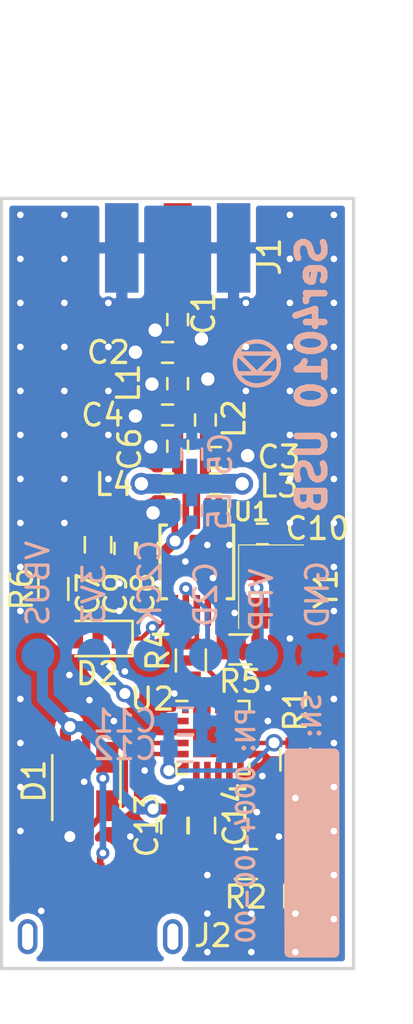
<source format=kicad_pcb>
(kicad_pcb (version 20171130) (host pcbnew 5.0.0-fee4fd1~66~ubuntu16.04.1)

  (general
    (thickness 1.6)
    (drawings 12)
    (tracks 294)
    (zones 0)
    (modules 39)
    (nets 31)
  )

  (page A4)
  (title_block
    (title Ser4010-USB)
    (date 2018-08-28)
    (rev 00)
    (company "Copyright (c) 2018, David Imhoff <dimhoff.devel@gmail.com>")
    (comment 1 "License: BSD-3-Clause")
  )

  (layers
    (0 F.Cu signal)
    (31 B.Cu signal)
    (34 B.Paste user)
    (35 F.Paste user)
    (36 B.SilkS user)
    (37 F.SilkS user)
    (38 B.Mask user)
    (39 F.Mask user)
    (40 Dwgs.User user)
    (41 Cmts.User user)
    (42 Eco1.User user)
    (43 Eco2.User user)
    (44 Edge.Cuts user)
    (45 Margin user)
    (46 B.CrtYd user)
    (47 F.CrtYd user)
    (48 B.Fab user)
    (49 F.Fab user)
  )

  (setup
    (last_trace_width 0.2)
    (user_trace_width 0.2)
    (user_trace_width 0.3)
    (user_trace_width 0.5)
    (trace_clearance 0.1524)
    (zone_clearance 0)
    (zone_45_only no)
    (trace_min 0.1524)
    (segment_width 0.2)
    (edge_width 0.15)
    (via_size 0.6)
    (via_drill 0.3)
    (via_min_size 0.508)
    (via_min_drill 0.254)
    (user_via 0.6 0.3)
    (user_via 0.8 0.5)
    (user_via 1 0.6096)
    (uvia_size 0.6)
    (uvia_drill 0.3)
    (uvias_allowed no)
    (uvia_min_size 0)
    (uvia_min_drill 0)
    (pcb_text_width 0.3)
    (pcb_text_size 1.5 1.5)
    (mod_edge_width 0.15)
    (mod_text_size 1 1)
    (mod_text_width 0.15)
    (pad_size 1.6 1.4)
    (pad_drill 0)
    (pad_to_mask_clearance 0.0508)
    (aux_axis_origin 0 0)
    (visible_elements FFFDFFFF)
    (pcbplotparams
      (layerselection 0x00000_ffffffff)
      (usegerberextensions false)
      (usegerberattributes false)
      (usegerberadvancedattributes false)
      (creategerberjobfile false)
      (excludeedgelayer true)
      (linewidth 0.100000)
      (plotframeref false)
      (viasonmask false)
      (mode 1)
      (useauxorigin false)
      (hpglpennumber 1)
      (hpglpenspeed 20)
      (hpglpendiameter 15.000000)
      (psnegative false)
      (psa4output false)
      (plotreference true)
      (plotvalue true)
      (plotinvisibletext false)
      (padsonsilk false)
      (subtractmaskfromsilk false)
      (outputformat 1)
      (mirror false)
      (drillshape 0)
      (scaleselection 1)
      (outputdirectory "/tmp/gerbers/"))
  )

  (net 0 "")
  (net 1 GND)
  (net 2 "Net-(C1-Pad1)")
  (net 3 "Net-(C3-Pad1)")
  (net 4 "Net-(C4-Pad1)")
  (net 5 "Net-(C5-Pad2)")
  (net 6 "Net-(C6-Pad1)")
  (net 7 "Net-(C1-Pad2)")
  (net 8 +3V3)
  (net 9 "Net-(C10-Pad2)")
  (net 10 /VBUS)
  (net 11 "Net-(D2-Pad2)")
  (net 12 "Net-(D2-Pad1)")
  (net 13 "Net-(J2-Pad4)")
  (net 14 "Net-(J6-Pad1)")
  (net 15 "Net-(R1-Pad2)")
  (net 16 "Net-(R2-Pad2)")
  (net 17 "Net-(R4-Pad2)")
  (net 18 "Net-(R4-Pad1)")
  (net 19 "Net-(R5-Pad2)")
  (net 20 "Net-(U2-Pad20)")
  (net 21 "Net-(U2-Pad19)")
  (net 22 "Net-(U2-Pad16)")
  (net 23 "Net-(U2-Pad14)")
  (net 24 "Net-(U2-Pad11)")
  (net 25 "Net-(U2-Pad10)")
  (net 26 "Net-(U2-Pad2)")
  (net 27 "Net-(U2-Pad1)")
  (net 28 "Net-(U1-Pad9)")
  (net 29 /D+)
  (net 30 /D-)

  (net_class Default "This is the default net class."
    (clearance 0.1524)
    (trace_width 0.2)
    (via_dia 0.6)
    (via_drill 0.3)
    (uvia_dia 0.6)
    (uvia_drill 0.3)
    (add_net /D+)
    (add_net /D-)
    (add_net "Net-(C1-Pad1)")
    (add_net "Net-(C1-Pad2)")
    (add_net "Net-(C10-Pad2)")
    (add_net "Net-(C3-Pad1)")
    (add_net "Net-(C4-Pad1)")
    (add_net "Net-(C5-Pad2)")
    (add_net "Net-(C6-Pad1)")
    (add_net "Net-(D2-Pad1)")
    (add_net "Net-(D2-Pad2)")
    (add_net "Net-(J2-Pad4)")
    (add_net "Net-(J6-Pad1)")
    (add_net "Net-(R1-Pad2)")
    (add_net "Net-(R2-Pad2)")
    (add_net "Net-(R4-Pad1)")
    (add_net "Net-(R4-Pad2)")
    (add_net "Net-(R5-Pad2)")
    (add_net "Net-(U1-Pad9)")
    (add_net "Net-(U2-Pad1)")
    (add_net "Net-(U2-Pad10)")
    (add_net "Net-(U2-Pad11)")
    (add_net "Net-(U2-Pad14)")
    (add_net "Net-(U2-Pad16)")
    (add_net "Net-(U2-Pad19)")
    (add_net "Net-(U2-Pad2)")
    (add_net "Net-(U2-Pad20)")
  )

  (net_class PWR ""
    (clearance 0.1524)
    (trace_width 0.5)
    (via_dia 0.8)
    (via_drill 0.5)
    (uvia_dia 0.8)
    (uvia_drill 0.5)
    (add_net +3V3)
    (add_net /VBUS)
    (add_net GND)
  )

  (module Housings_DFN_QFN:SiliconLabs_QFN-20-1EP_3x3mm_Pitch0.5mm (layer F.Cu) (tedit 59D54AB6) (tstamp 5B85860E)
    (at 160.5 98.5)
    (descr "20-Lead Plastic Quad Flat, No Lead Package - 3x3 mm Body [QFN] with corner pads; see figure 8.2 of https://www.silabs.com/documents/public/data-sheets/efm8bb1-datasheet.pdf")
    (tags "QFN 0.5")
    (path /5B7EA8C8)
    (attr smd)
    (fp_text reference U2 (at -2.75 -1.75) (layer F.SilkS)
      (effects (font (size 1 1) (thickness 0.15)))
    )
    (fp_text value CP2102N-A01-GQFN20 (at 0 3) (layer F.Fab)
      (effects (font (size 1 1) (thickness 0.15)))
    )
    (fp_text user %R (at 0 0) (layer F.Fab)
      (effects (font (size 0.65 0.65) (thickness 0.125)))
    )
    (fp_line (start -1.66 -1.66) (end -1.16 -1.66) (layer F.SilkS) (width 0.12))
    (fp_line (start 1.66 1.66) (end 1.66 1.16) (layer F.SilkS) (width 0.12))
    (fp_line (start 1.16 1.66) (end 1.66 1.66) (layer F.SilkS) (width 0.12))
    (fp_line (start -1.66 1.66) (end -1.66 1.16) (layer F.SilkS) (width 0.12))
    (fp_line (start -1.16 1.66) (end -1.66 1.66) (layer F.SilkS) (width 0.12))
    (fp_line (start 1.66 -1.66) (end 1.66 -1.16) (layer F.SilkS) (width 0.12))
    (fp_line (start 1.16 -1.66) (end 1.66 -1.66) (layer F.SilkS) (width 0.12))
    (fp_line (start 2.25 -2.25) (end -2.25 -2.25) (layer F.CrtYd) (width 0.05))
    (fp_line (start 2.25 2.25) (end 2.25 -2.25) (layer F.CrtYd) (width 0.05))
    (fp_line (start -2.25 2.25) (end 2.25 2.25) (layer F.CrtYd) (width 0.05))
    (fp_line (start -2.25 -2.25) (end -2.25 2.25) (layer F.CrtYd) (width 0.05))
    (fp_line (start 1.5 -1.5) (end 1.5 1.5) (layer F.Fab) (width 0.1))
    (fp_line (start -0.5 -1.5) (end 1.5 -1.5) (layer F.Fab) (width 0.1))
    (fp_line (start -1.5 -0.5) (end -0.5 -1.5) (layer F.Fab) (width 0.1))
    (fp_line (start -1.5 1.5) (end -1.5 -0.5) (layer F.Fab) (width 0.1))
    (fp_line (start 1.5 1.5) (end -1.5 1.5) (layer F.Fab) (width 0.1))
    (pad "" smd rect (at 0.45 0.45) (size 0.54 0.54) (layers F.Paste))
    (pad "" smd rect (at 0.45 -0.45) (size 0.54 0.54) (layers F.Paste))
    (pad "" smd rect (at -0.45 0.45) (size 0.54 0.54) (layers F.Paste))
    (pad "" smd rect (at -0.45 -0.45) (size 0.54 0.54) (layers F.Paste))
    (pad 21 smd rect (at 0 0) (size 1.8 1.8) (layers F.Cu F.Mask)
      (net 1 GND))
    (pad 20 smd rect (at -0.75 -1.55 90) (size 0.9 0.3) (layers F.Cu F.Paste F.Mask)
      (net 20 "Net-(U2-Pad20)"))
    (pad 19 smd rect (at -0.25 -1.55 90) (size 0.9 0.3) (layers F.Cu F.Paste F.Mask)
      (net 21 "Net-(U2-Pad19)"))
    (pad 18 smd rect (at 0.25 -1.55 90) (size 0.9 0.3) (layers F.Cu F.Paste F.Mask)
      (net 17 "Net-(R4-Pad2)"))
    (pad 17 smd rect (at 0.75 -1.55 90) (size 0.9 0.3) (layers F.Cu F.Paste F.Mask)
      (net 28 "Net-(U1-Pad9)"))
    (pad 16 smd rect (at 1.25 -1.25) (size 0.3 0.3) (layers F.Cu F.Paste F.Mask)
      (net 22 "Net-(U2-Pad16)"))
    (pad 15 smd rect (at 1.55 -0.75) (size 0.9 0.3) (layers F.Cu F.Paste F.Mask)
      (net 19 "Net-(R5-Pad2)"))
    (pad 14 smd rect (at 1.55 -0.25) (size 0.9 0.3) (layers F.Cu F.Paste F.Mask)
      (net 23 "Net-(U2-Pad14)"))
    (pad 13 smd rect (at 1.55 0.25) (size 0.9 0.3) (layers F.Cu F.Paste F.Mask)
      (net 8 +3V3))
    (pad 12 smd rect (at 1.55 0.75) (size 0.9 0.3) (layers F.Cu F.Paste F.Mask)
      (net 1 GND))
    (pad 11 smd rect (at 1.25 1.25) (size 0.3 0.3) (layers F.Cu F.Paste F.Mask)
      (net 24 "Net-(U2-Pad11)"))
    (pad 10 smd rect (at 0.75 1.55 90) (size 0.9 0.3) (layers F.Cu F.Paste F.Mask)
      (net 25 "Net-(U2-Pad10)"))
    (pad 9 smd rect (at 0.25 1.55 90) (size 0.9 0.3) (layers F.Cu F.Paste F.Mask)
      (net 15 "Net-(R1-Pad2)"))
    (pad 8 smd rect (at -0.25 1.55 90) (size 0.9 0.3) (layers F.Cu F.Paste F.Mask)
      (net 16 "Net-(R2-Pad2)"))
    (pad 7 smd rect (at -0.75 1.55 90) (size 0.9 0.3) (layers F.Cu F.Paste F.Mask)
      (net 10 /VBUS))
    (pad 6 smd rect (at -1.25 1.25) (size 0.3 0.3) (layers F.Cu F.Paste F.Mask)
      (net 8 +3V3))
    (pad 5 smd rect (at -1.55 0.75) (size 0.9 0.3) (layers F.Cu F.Paste F.Mask)
      (net 30 /D-))
    (pad 4 smd rect (at -1.55 0.25) (size 0.9 0.3) (layers F.Cu F.Paste F.Mask)
      (net 29 /D+))
    (pad 3 smd rect (at -1.55 -0.25) (size 0.9 0.3) (layers F.Cu F.Paste F.Mask)
      (net 1 GND))
    (pad 2 smd rect (at -1.55 -0.75) (size 0.9 0.3) (layers F.Cu F.Paste F.Mask)
      (net 26 "Net-(U2-Pad2)"))
    (pad 1 smd rect (at -1.25 -1.25) (size 0.3 0.3) (layers F.Cu F.Paste F.Mask)
      (net 27 "Net-(U2-Pad1)"))
    (model ${KISYS3DMOD}/Housings_DFN_QFN.3dshapes/SiliconLabs_QFN-20-1EP_3x3mm_Pitch0.5mm.wrl
      (at (xyz 0 0 0))
      (scale (xyz 1 1 1))
      (rotate (xyz 0 0 0))
    )
  )

  (module Capacitors_SMD:C_0603 (layer F.Cu) (tedit 5B366C00) (tstamp 5B35F352)
    (at 155.28 89.74 90)
    (descr "Capacitor SMD 0603, reflow soldering, AVX (see smccp.pdf)")
    (tags "capacitor 0603")
    (path /5B7EEFCB)
    (attr smd)
    (fp_text reference C7 (at -2.23 -0.45 90) (layer F.SilkS)
      (effects (font (size 1 1) (thickness 0.15)))
    )
    (fp_text value 2.2uF (at 0 1.5 90) (layer F.Fab)
      (effects (font (size 1 1) (thickness 0.15)))
    )
    (fp_line (start 1.4 0.65) (end -1.4 0.65) (layer F.CrtYd) (width 0.05))
    (fp_line (start 1.4 0.65) (end 1.4 -0.65) (layer F.CrtYd) (width 0.05))
    (fp_line (start -1.4 -0.65) (end -1.4 0.65) (layer F.CrtYd) (width 0.05))
    (fp_line (start -1.4 -0.65) (end 1.4 -0.65) (layer F.CrtYd) (width 0.05))
    (fp_line (start 0.35 0.6) (end -0.35 0.6) (layer F.SilkS) (width 0.12))
    (fp_line (start -0.35 -0.6) (end 0.35 -0.6) (layer F.SilkS) (width 0.12))
    (fp_line (start -0.8 -0.4) (end 0.8 -0.4) (layer F.Fab) (width 0.1))
    (fp_line (start 0.8 -0.4) (end 0.8 0.4) (layer F.Fab) (width 0.1))
    (fp_line (start 0.8 0.4) (end -0.8 0.4) (layer F.Fab) (width 0.1))
    (fp_line (start -0.8 0.4) (end -0.8 -0.4) (layer F.Fab) (width 0.1))
    (fp_text user %R (at 0 0 90) (layer F.Fab)
      (effects (font (size 0.3 0.3) (thickness 0.075)))
    )
    (pad 2 smd rect (at 0.75 0 90) (size 0.8 0.75) (layers F.Cu F.Paste F.Mask)
      (net 1 GND))
    (pad 1 smd rect (at -0.75 0 90) (size 0.8 0.75) (layers F.Cu F.Paste F.Mask)
      (net 8 +3V3))
    (model Capacitors_SMD.3dshapes/C_0603.wrl
      (at (xyz 0 0 0))
      (scale (xyz 1 1 1))
      (rotate (xyz 0 0 0))
    )
  )

  (module Capacitors_SMD:C_0402 (layer F.Cu) (tedit 5B76C2D6) (tstamp 5B35F363)
    (at 157.52 89.91 90)
    (descr "Capacitor SMD 0402, reflow soldering, AVX (see smccp.pdf)")
    (tags "capacitor 0402")
    (path /5B7EEFCC)
    (attr smd)
    (fp_text reference C8 (at -2.06 -0.19 90) (layer F.SilkS)
      (effects (font (size 1 1) (thickness 0.15)))
    )
    (fp_text value 1nF (at 0 1.27 90) (layer F.Fab)
      (effects (font (size 1 1) (thickness 0.15)))
    )
    (fp_text user %R (at -2.06 -0.19 90) (layer F.Fab)
      (effects (font (size 1 1) (thickness 0.15)))
    )
    (fp_line (start -0.5 0.25) (end -0.5 -0.25) (layer F.Fab) (width 0.1))
    (fp_line (start 0.5 0.25) (end -0.5 0.25) (layer F.Fab) (width 0.1))
    (fp_line (start 0.5 -0.25) (end 0.5 0.25) (layer F.Fab) (width 0.1))
    (fp_line (start -0.5 -0.25) (end 0.5 -0.25) (layer F.Fab) (width 0.1))
    (fp_line (start 0.25 -0.47) (end -0.25 -0.47) (layer F.SilkS) (width 0.12))
    (fp_line (start -0.25 0.47) (end 0.25 0.47) (layer F.SilkS) (width 0.12))
    (fp_line (start -1 -0.4) (end 1 -0.4) (layer F.CrtYd) (width 0.05))
    (fp_line (start -1 -0.4) (end -1 0.4) (layer F.CrtYd) (width 0.05))
    (fp_line (start 1 0.4) (end 1 -0.4) (layer F.CrtYd) (width 0.05))
    (fp_line (start 1 0.4) (end -1 0.4) (layer F.CrtYd) (width 0.05))
    (pad 1 smd rect (at -0.55 0 90) (size 0.6 0.5) (layers F.Cu F.Paste F.Mask)
      (net 8 +3V3))
    (pad 2 smd rect (at 0.55 0 90) (size 0.6 0.5) (layers F.Cu F.Paste F.Mask)
      (net 1 GND))
    (model Capacitors_SMD.3dshapes/C_0402.wrl
      (at (xyz 0 0 0))
      (scale (xyz 1 1 1))
      (rotate (xyz 0 0 0))
    )
  )

  (module Capacitors_SMD:C_0402 (layer F.Cu) (tedit 5B76C2DF) (tstamp 5B35F374)
    (at 156.5 89.91 90)
    (descr "Capacitor SMD 0402, reflow soldering, AVX (see smccp.pdf)")
    (tags "capacitor 0402")
    (path /5B7EEFCE)
    (attr smd)
    (fp_text reference C9 (at -2.06 -0.42 90) (layer F.SilkS)
      (effects (font (size 1 1) (thickness 0.15)))
    )
    (fp_text value 270pF (at 0 1.27 90) (layer F.Fab)
      (effects (font (size 1 1) (thickness 0.15)))
    )
    (fp_text user %R (at -2.06 -0.42 90) (layer F.Fab)
      (effects (font (size 1 1) (thickness 0.15)))
    )
    (fp_line (start -0.5 0.25) (end -0.5 -0.25) (layer F.Fab) (width 0.1))
    (fp_line (start 0.5 0.25) (end -0.5 0.25) (layer F.Fab) (width 0.1))
    (fp_line (start 0.5 -0.25) (end 0.5 0.25) (layer F.Fab) (width 0.1))
    (fp_line (start -0.5 -0.25) (end 0.5 -0.25) (layer F.Fab) (width 0.1))
    (fp_line (start 0.25 -0.47) (end -0.25 -0.47) (layer F.SilkS) (width 0.12))
    (fp_line (start -0.25 0.47) (end 0.25 0.47) (layer F.SilkS) (width 0.12))
    (fp_line (start -1 -0.4) (end 1 -0.4) (layer F.CrtYd) (width 0.05))
    (fp_line (start -1 -0.4) (end -1 0.4) (layer F.CrtYd) (width 0.05))
    (fp_line (start 1 0.4) (end 1 -0.4) (layer F.CrtYd) (width 0.05))
    (fp_line (start 1 0.4) (end -1 0.4) (layer F.CrtYd) (width 0.05))
    (pad 1 smd rect (at -0.55 0 90) (size 0.6 0.5) (layers F.Cu F.Paste F.Mask)
      (net 8 +3V3))
    (pad 2 smd rect (at 0.55 0 90) (size 0.6 0.5) (layers F.Cu F.Paste F.Mask)
      (net 1 GND))
    (model Capacitors_SMD.3dshapes/C_0402.wrl
      (at (xyz 0 0 0))
      (scale (xyz 1 1 1))
      (rotate (xyz 0 0 0))
    )
  )

  (module Housings_SSOP:MSOP-10_3x3mm_Pitch0.5mm (layer F.Cu) (tedit 5B855F0A) (tstamp 5B35F44A)
    (at 159.77 90.52 270)
    (descr "10-Lead Plastic Micro Small Outline Package (MS) [MSOP] (see Microchip Packaging Specification 00000049BS.pdf)")
    (tags "SSOP 0.5")
    (path /5B7EEFB8)
    (attr smd)
    (fp_text reference U1 (at -2.27 -2.48) (layer F.SilkS)
      (effects (font (size 0.8 0.8) (thickness 0.15)))
    )
    (fp_text value Si4010-GT (at 0 2.6 270) (layer F.Fab)
      (effects (font (size 1 1) (thickness 0.15)))
    )
    (fp_line (start -0.5 -1.5) (end 1.5 -1.5) (layer F.Fab) (width 0.15))
    (fp_line (start 1.5 -1.5) (end 1.5 1.5) (layer F.Fab) (width 0.15))
    (fp_line (start 1.5 1.5) (end -1.5 1.5) (layer F.Fab) (width 0.15))
    (fp_line (start -1.5 1.5) (end -1.5 -0.5) (layer F.Fab) (width 0.15))
    (fp_line (start -1.5 -0.5) (end -0.5 -1.5) (layer F.Fab) (width 0.15))
    (fp_line (start -3.15 -1.85) (end -3.15 1.85) (layer F.CrtYd) (width 0.05))
    (fp_line (start 3.15 -1.85) (end 3.15 1.85) (layer F.CrtYd) (width 0.05))
    (fp_line (start -3.15 -1.85) (end 3.15 -1.85) (layer F.CrtYd) (width 0.05))
    (fp_line (start -3.15 1.85) (end 3.15 1.85) (layer F.CrtYd) (width 0.05))
    (fp_line (start -1.675 -1.675) (end -1.675 -1.45) (layer F.SilkS) (width 0.15))
    (fp_line (start 1.675 -1.675) (end 1.675 -1.375) (layer F.SilkS) (width 0.15))
    (fp_line (start 1.675 1.675) (end 1.675 1.375) (layer F.SilkS) (width 0.15))
    (fp_line (start -1.675 1.675) (end -1.675 1.375) (layer F.SilkS) (width 0.15))
    (fp_line (start -1.675 -1.675) (end 1.675 -1.675) (layer F.SilkS) (width 0.15))
    (fp_line (start -1.675 1.675) (end 1.675 1.675) (layer F.SilkS) (width 0.15))
    (fp_line (start -1.675 -1.45) (end -2.9 -1.45) (layer F.SilkS) (width 0.15))
    (fp_text user %R (at 0 0 270) (layer F.Fab)
      (effects (font (size 0.6 0.6) (thickness 0.15)))
    )
    (pad 1 smd rect (at -2.2 -1 270) (size 1.4 0.3) (layers F.Cu F.Paste F.Mask)
      (net 9 "Net-(C10-Pad2)"))
    (pad 2 smd rect (at -2.2 -0.5 270) (size 1.4 0.3) (layers F.Cu F.Paste F.Mask)
      (net 1 GND))
    (pad 3 smd rect (at -2.2 0 270) (size 1.4 0.3) (layers F.Cu F.Paste F.Mask)
      (net 3 "Net-(C3-Pad1)"))
    (pad 4 smd rect (at -2.2 0.5 270) (size 1.4 0.3) (layers F.Cu F.Paste F.Mask)
      (net 6 "Net-(C6-Pad1)"))
    (pad 5 smd rect (at -2.2 1 270) (size 1.4 0.3) (layers F.Cu F.Paste F.Mask)
      (net 8 +3V3))
    (pad 6 smd rect (at 2.2 1 270) (size 1.4 0.3) (layers F.Cu F.Paste F.Mask)
      (net 12 "Net-(D2-Pad1)"))
    (pad 7 smd rect (at 2.2 0.5 270) (size 1.4 0.3) (layers F.Cu F.Paste F.Mask)
      (net 14 "Net-(J6-Pad1)"))
    (pad 8 smd rect (at 2.2 0 270) (size 1.4 0.3) (layers F.Cu F.Paste F.Mask)
      (net 18 "Net-(R4-Pad1)"))
    (pad 9 smd rect (at 2.2 -0.5 270) (size 1.4 0.3) (layers F.Cu F.Paste F.Mask)
      (net 28 "Net-(U1-Pad9)"))
    (pad 10 smd rect (at 2.2 -1 270) (size 1.4 0.3) (layers F.Cu F.Paste F.Mask)
      (net 19 "Net-(R5-Pad2)"))
    (model ${KISYS3DMOD}/Housings_SSOP.3dshapes/MSOP-10_3x3mm_Pitch0.5mm.wrl
      (at (xyz 0 0 0))
      (scale (xyz 1 1 1))
      (rotate (xyz 0 0 0))
    )
  )

  (module silabs_0402:C_0402 (layer F.Cu) (tedit 5B76C509) (tstamp 5B85DECE)
    (at 158.9 79.51 90)
    (descr "Capacitor SMD 0402, reflow soldering, AVX (see smccp.pdf)")
    (tags "capacitor 0402")
    (path /5B7EEFBD)
    (attr smd)
    (fp_text reference C1 (at 0.29 1.18 90) (layer F.SilkS)
      (effects (font (size 1 1) (thickness 0.15)))
    )
    (fp_text value 270pF (at 0 1.27 90) (layer F.Fab)
      (effects (font (size 1 1) (thickness 0.15)))
    )
    (fp_line (start -0.5 0.25) (end -0.5 -0.25) (layer F.Fab) (width 0.1))
    (fp_line (start 0.5 0.25) (end -0.5 0.25) (layer F.Fab) (width 0.1))
    (fp_line (start 0.5 -0.25) (end 0.5 0.25) (layer F.Fab) (width 0.1))
    (fp_line (start -0.5 -0.25) (end 0.5 -0.25) (layer F.Fab) (width 0.1))
    (fp_line (start 0.25 -0.47) (end -0.25 -0.47) (layer F.SilkS) (width 0.12))
    (fp_line (start -0.25 0.47) (end 0.25 0.47) (layer F.SilkS) (width 0.12))
    (fp_line (start -0.9906 -0.4) (end 0.9906 -0.4) (layer F.CrtYd) (width 0.05))
    (fp_line (start -0.9906 -0.4) (end -0.9906 0.4) (layer F.CrtYd) (width 0.05))
    (fp_line (start 0.9906 0.4) (end 0.9906 -0.4) (layer F.CrtYd) (width 0.05))
    (fp_line (start 0.9906 0.4) (end -0.9906 0.4) (layer F.CrtYd) (width 0.05))
    (pad 1 smd rect (at -0.46 0 90) (size 0.5 0.5) (layers F.Cu F.Paste F.Mask)
      (net 2 "Net-(C1-Pad1)"))
    (pad 2 smd rect (at 0.46 0 90) (size 0.5 0.5) (layers F.Cu F.Paste F.Mask)
      (net 7 "Net-(C1-Pad2)"))
    (model Capacitors_SMD.3dshapes/C_0402.wrl
      (at (xyz 0 0 0))
      (scale (xyz 1 1 1))
      (rotate (xyz 0 0 0))
    )
  )

  (module silabs_0402:C_0402 (layer F.Cu) (tedit 5B360A8C) (tstamp 5B3609C4)
    (at 158.44 81 180)
    (descr "Capacitor SMD 0402, reflow soldering, AVX (see smccp.pdf)")
    (tags "capacitor 0402")
    (path /5B7EEFBB)
    (attr smd)
    (fp_text reference C2 (at 2.69 0 180) (layer F.SilkS)
      (effects (font (size 1 1) (thickness 0.15)))
    )
    (fp_text value 6.8pF (at 0 1.27 180) (layer F.Fab)
      (effects (font (size 1 1) (thickness 0.15)))
    )
    (fp_line (start -0.5 0.25) (end -0.5 -0.25) (layer F.Fab) (width 0.1))
    (fp_line (start 0.5 0.25) (end -0.5 0.25) (layer F.Fab) (width 0.1))
    (fp_line (start 0.5 -0.25) (end 0.5 0.25) (layer F.Fab) (width 0.1))
    (fp_line (start -0.5 -0.25) (end 0.5 -0.25) (layer F.Fab) (width 0.1))
    (fp_line (start 0.25 -0.47) (end -0.25 -0.47) (layer F.SilkS) (width 0.12))
    (fp_line (start -0.25 0.47) (end 0.25 0.47) (layer F.SilkS) (width 0.12))
    (fp_line (start -0.9906 -0.4) (end 0.9906 -0.4) (layer F.CrtYd) (width 0.05))
    (fp_line (start -0.9906 -0.4) (end -0.9906 0.4) (layer F.CrtYd) (width 0.05))
    (fp_line (start 0.9906 0.4) (end 0.9906 -0.4) (layer F.CrtYd) (width 0.05))
    (fp_line (start 0.9906 0.4) (end -0.9906 0.4) (layer F.CrtYd) (width 0.05))
    (pad 1 smd rect (at -0.46 0 180) (size 0.5 0.5) (layers F.Cu F.Paste F.Mask)
      (net 2 "Net-(C1-Pad1)"))
    (pad 2 smd rect (at 0.46 0 180) (size 0.5 0.5) (layers F.Cu F.Paste F.Mask)
      (net 1 GND))
    (model Capacitors_SMD.3dshapes/C_0402.wrl
      (at (xyz 0 0 0))
      (scale (xyz 1 1 1))
      (rotate (xyz 0 0 0))
    )
  )

  (module silabs_0402:C_0402 (layer F.Cu) (tedit 5B360A66) (tstamp 5B3609D3)
    (at 160.62 85.77)
    (descr "Capacitor SMD 0402, reflow soldering, AVX (see smccp.pdf)")
    (tags "capacitor 0402")
    (path /5B7EEFBA)
    (attr smd)
    (fp_text reference C3 (at 2.88 -0.02) (layer F.SilkS)
      (effects (font (size 1 1) (thickness 0.15)))
    )
    (fp_text value 4.3pF (at 0 1.27) (layer F.Fab)
      (effects (font (size 1 1) (thickness 0.15)))
    )
    (fp_line (start -0.5 0.25) (end -0.5 -0.25) (layer F.Fab) (width 0.1))
    (fp_line (start 0.5 0.25) (end -0.5 0.25) (layer F.Fab) (width 0.1))
    (fp_line (start 0.5 -0.25) (end 0.5 0.25) (layer F.Fab) (width 0.1))
    (fp_line (start -0.5 -0.25) (end 0.5 -0.25) (layer F.Fab) (width 0.1))
    (fp_line (start 0.25 -0.47) (end -0.25 -0.47) (layer F.SilkS) (width 0.12))
    (fp_line (start -0.25 0.47) (end 0.25 0.47) (layer F.SilkS) (width 0.12))
    (fp_line (start -0.9906 -0.4) (end 0.9906 -0.4) (layer F.CrtYd) (width 0.05))
    (fp_line (start -0.9906 -0.4) (end -0.9906 0.4) (layer F.CrtYd) (width 0.05))
    (fp_line (start 0.9906 0.4) (end 0.9906 -0.4) (layer F.CrtYd) (width 0.05))
    (fp_line (start 0.9906 0.4) (end -0.9906 0.4) (layer F.CrtYd) (width 0.05))
    (pad 1 smd rect (at -0.46 0) (size 0.5 0.5) (layers F.Cu F.Paste F.Mask)
      (net 3 "Net-(C3-Pad1)"))
    (pad 2 smd rect (at 0.46 0) (size 0.5 0.5) (layers F.Cu F.Paste F.Mask)
      (net 1 GND))
    (model Capacitors_SMD.3dshapes/C_0402.wrl
      (at (xyz 0 0 0))
      (scale (xyz 1 1 1))
      (rotate (xyz 0 0 0))
    )
  )

  (module silabs_0402:C_0402 (layer F.Cu) (tedit 5B76C4B1) (tstamp 5B3609E2)
    (at 158.44 83.84 180)
    (descr "Capacitor SMD 0402, reflow soldering, AVX (see smccp.pdf)")
    (tags "capacitor 0402")
    (path /5B7EEFBC)
    (attr smd)
    (fp_text reference C4 (at 2.95 -0.01 180) (layer F.SilkS)
      (effects (font (size 1 1) (thickness 0.15)))
    )
    (fp_text value 6.8pF (at 0 1.27 180) (layer F.Fab)
      (effects (font (size 1 1) (thickness 0.15)))
    )
    (fp_line (start -0.5 0.25) (end -0.5 -0.25) (layer F.Fab) (width 0.1))
    (fp_line (start 0.5 0.25) (end -0.5 0.25) (layer F.Fab) (width 0.1))
    (fp_line (start 0.5 -0.25) (end 0.5 0.25) (layer F.Fab) (width 0.1))
    (fp_line (start -0.5 -0.25) (end 0.5 -0.25) (layer F.Fab) (width 0.1))
    (fp_line (start 0.25 -0.47) (end -0.25 -0.47) (layer F.SilkS) (width 0.12))
    (fp_line (start -0.25 0.47) (end 0.25 0.47) (layer F.SilkS) (width 0.12))
    (fp_line (start -0.9906 -0.4) (end 0.9906 -0.4) (layer F.CrtYd) (width 0.05))
    (fp_line (start -0.9906 -0.4) (end -0.9906 0.4) (layer F.CrtYd) (width 0.05))
    (fp_line (start 0.9906 0.4) (end 0.9906 -0.4) (layer F.CrtYd) (width 0.05))
    (fp_line (start 0.9906 0.4) (end -0.9906 0.4) (layer F.CrtYd) (width 0.05))
    (pad 1 smd rect (at -0.46 0 180) (size 0.5 0.5) (layers F.Cu F.Paste F.Mask)
      (net 4 "Net-(C4-Pad1)"))
    (pad 2 smd rect (at 0.46 0 180) (size 0.5 0.5) (layers F.Cu F.Paste F.Mask)
      (net 1 GND))
    (model Capacitors_SMD.3dshapes/C_0402.wrl
      (at (xyz 0 0 0))
      (scale (xyz 1 1 1))
      (rotate (xyz 0 0 0))
    )
  )

  (module silabs_0402:C_0402 (layer B.Cu) (tedit 5B3606A4) (tstamp 5B3609F1)
    (at 159.54 85.62 270)
    (descr "Capacitor SMD 0402, reflow soldering, AVX (see smccp.pdf)")
    (tags "capacitor 0402")
    (path /5B7EEFB9)
    (attr smd)
    (fp_text reference C5 (at 0 -1.31 270) (layer B.SilkS)
      (effects (font (size 1 1) (thickness 0.15)) (justify mirror))
    )
    (fp_text value 2.7pF (at 0 -1.27 270) (layer B.Fab)
      (effects (font (size 1 1) (thickness 0.15)) (justify mirror))
    )
    (fp_line (start -0.5 -0.25) (end -0.5 0.25) (layer B.Fab) (width 0.1))
    (fp_line (start 0.5 -0.25) (end -0.5 -0.25) (layer B.Fab) (width 0.1))
    (fp_line (start 0.5 0.25) (end 0.5 -0.25) (layer B.Fab) (width 0.1))
    (fp_line (start -0.5 0.25) (end 0.5 0.25) (layer B.Fab) (width 0.1))
    (fp_line (start 0.25 0.47) (end -0.25 0.47) (layer B.SilkS) (width 0.12))
    (fp_line (start -0.25 -0.47) (end 0.25 -0.47) (layer B.SilkS) (width 0.12))
    (fp_line (start -0.9906 0.4) (end 0.9906 0.4) (layer B.CrtYd) (width 0.05))
    (fp_line (start -0.9906 0.4) (end -0.9906 -0.4) (layer B.CrtYd) (width 0.05))
    (fp_line (start 0.9906 -0.4) (end 0.9906 0.4) (layer B.CrtYd) (width 0.05))
    (fp_line (start 0.9906 -0.4) (end -0.9906 -0.4) (layer B.CrtYd) (width 0.05))
    (pad 1 smd rect (at -0.46 0 270) (size 0.5 0.5) (layers B.Cu B.Paste B.Mask)
      (net 1 GND))
    (pad 2 smd rect (at 0.46 0 270) (size 0.5 0.5) (layers B.Cu B.Paste B.Mask)
      (net 5 "Net-(C5-Pad2)"))
    (model Capacitors_SMD.3dshapes/C_0402.wrl
      (at (xyz 0 0 0))
      (scale (xyz 1 1 1))
      (rotate (xyz 0 0 0))
    )
  )

  (module silabs_0402:C_0402 (layer F.Cu) (tedit 5B76C4BA) (tstamp 5B360A00)
    (at 158.9 85.26 90)
    (descr "Capacitor SMD 0402, reflow soldering, AVX (see smccp.pdf)")
    (tags "capacitor 0402")
    (path /5B7EEFBE)
    (attr smd)
    (fp_text reference C6 (at -0.13 -2.18 90) (layer F.SilkS)
      (effects (font (size 1 1) (thickness 0.15)))
    )
    (fp_text value 1.8pF (at 0 1.27 90) (layer F.Fab)
      (effects (font (size 1 1) (thickness 0.15)))
    )
    (fp_line (start -0.5 0.25) (end -0.5 -0.25) (layer F.Fab) (width 0.1))
    (fp_line (start 0.5 0.25) (end -0.5 0.25) (layer F.Fab) (width 0.1))
    (fp_line (start 0.5 -0.25) (end 0.5 0.25) (layer F.Fab) (width 0.1))
    (fp_line (start -0.5 -0.25) (end 0.5 -0.25) (layer F.Fab) (width 0.1))
    (fp_line (start 0.25 -0.47) (end -0.25 -0.47) (layer F.SilkS) (width 0.12))
    (fp_line (start -0.25 0.47) (end 0.25 0.47) (layer F.SilkS) (width 0.12))
    (fp_line (start -0.9906 -0.4) (end 0.9906 -0.4) (layer F.CrtYd) (width 0.05))
    (fp_line (start -0.9906 -0.4) (end -0.9906 0.4) (layer F.CrtYd) (width 0.05))
    (fp_line (start 0.9906 0.4) (end 0.9906 -0.4) (layer F.CrtYd) (width 0.05))
    (fp_line (start 0.9906 0.4) (end -0.9906 0.4) (layer F.CrtYd) (width 0.05))
    (pad 1 smd rect (at -0.46 0 90) (size 0.5 0.5) (layers F.Cu F.Paste F.Mask)
      (net 6 "Net-(C6-Pad1)"))
    (pad 2 smd rect (at 0.46 0 90) (size 0.5 0.5) (layers F.Cu F.Paste F.Mask)
      (net 4 "Net-(C4-Pad1)"))
    (model Capacitors_SMD.3dshapes/C_0402.wrl
      (at (xyz 0 0 0))
      (scale (xyz 1 1 1))
      (rotate (xyz 0 0 0))
    )
  )

  (module silabs_0402:C_0402 (layer F.Cu) (tedit 5B360A93) (tstamp 5B360A0F)
    (at 158.9 82.42 90)
    (descr "Capacitor SMD 0402, reflow soldering, AVX (see smccp.pdf)")
    (tags "capacitor 0402")
    (path /5B7EEFC3)
    (attr smd)
    (fp_text reference L1 (at 0.03 -2.24 90) (layer F.SilkS)
      (effects (font (size 1 1) (thickness 0.15)))
    )
    (fp_text value 18nH (at 0 1.27 90) (layer F.Fab)
      (effects (font (size 1 1) (thickness 0.15)))
    )
    (fp_line (start -0.5 0.25) (end -0.5 -0.25) (layer F.Fab) (width 0.1))
    (fp_line (start 0.5 0.25) (end -0.5 0.25) (layer F.Fab) (width 0.1))
    (fp_line (start 0.5 -0.25) (end 0.5 0.25) (layer F.Fab) (width 0.1))
    (fp_line (start -0.5 -0.25) (end 0.5 -0.25) (layer F.Fab) (width 0.1))
    (fp_line (start 0.25 -0.47) (end -0.25 -0.47) (layer F.SilkS) (width 0.12))
    (fp_line (start -0.25 0.47) (end 0.25 0.47) (layer F.SilkS) (width 0.12))
    (fp_line (start -0.9906 -0.4) (end 0.9906 -0.4) (layer F.CrtYd) (width 0.05))
    (fp_line (start -0.9906 -0.4) (end -0.9906 0.4) (layer F.CrtYd) (width 0.05))
    (fp_line (start 0.9906 0.4) (end 0.9906 -0.4) (layer F.CrtYd) (width 0.05))
    (fp_line (start 0.9906 0.4) (end -0.9906 0.4) (layer F.CrtYd) (width 0.05))
    (pad 1 smd rect (at -0.46 0 90) (size 0.5 0.5) (layers F.Cu F.Paste F.Mask)
      (net 4 "Net-(C4-Pad1)"))
    (pad 2 smd rect (at 0.46 0 90) (size 0.5 0.5) (layers F.Cu F.Paste F.Mask)
      (net 2 "Net-(C1-Pad1)"))
    (model Capacitors_SMD.3dshapes/C_0402.wrl
      (at (xyz 0 0 0))
      (scale (xyz 1 1 1))
      (rotate (xyz 0 0 0))
    )
  )

  (module silabs_0402:C_0402 (layer F.Cu) (tedit 5B360A6D) (tstamp 5B360A1E)
    (at 160.16 84.07 90)
    (descr "Capacitor SMD 0402, reflow soldering, AVX (see smccp.pdf)")
    (tags "capacitor 0402")
    (path /5B7EEFC2)
    (attr smd)
    (fp_text reference L2 (at 0.06 1.3 90) (layer F.SilkS)
      (effects (font (size 1 1) (thickness 0.15)))
    )
    (fp_text value 56nH (at 0 1.27 90) (layer F.Fab)
      (effects (font (size 1 1) (thickness 0.15)))
    )
    (fp_line (start -0.5 0.25) (end -0.5 -0.25) (layer F.Fab) (width 0.1))
    (fp_line (start 0.5 0.25) (end -0.5 0.25) (layer F.Fab) (width 0.1))
    (fp_line (start 0.5 -0.25) (end 0.5 0.25) (layer F.Fab) (width 0.1))
    (fp_line (start -0.5 -0.25) (end 0.5 -0.25) (layer F.Fab) (width 0.1))
    (fp_line (start 0.25 -0.47) (end -0.25 -0.47) (layer F.SilkS) (width 0.12))
    (fp_line (start -0.25 0.47) (end 0.25 0.47) (layer F.SilkS) (width 0.12))
    (fp_line (start -0.9906 -0.4) (end 0.9906 -0.4) (layer F.CrtYd) (width 0.05))
    (fp_line (start -0.9906 -0.4) (end -0.9906 0.4) (layer F.CrtYd) (width 0.05))
    (fp_line (start 0.9906 0.4) (end 0.9906 -0.4) (layer F.CrtYd) (width 0.05))
    (fp_line (start 0.9906 0.4) (end -0.9906 0.4) (layer F.CrtYd) (width 0.05))
    (pad 1 smd rect (at -0.46 0 90) (size 0.5 0.5) (layers F.Cu F.Paste F.Mask)
      (net 3 "Net-(C3-Pad1)"))
    (pad 2 smd rect (at 0.46 0 90) (size 0.5 0.5) (layers F.Cu F.Paste F.Mask)
      (net 4 "Net-(C4-Pad1)"))
    (model Capacitors_SMD.3dshapes/C_0402.wrl
      (at (xyz 0 0 0))
      (scale (xyz 1 1 1))
      (rotate (xyz 0 0 0))
    )
  )

  (module silabs_0402:C_0402 (layer F.Cu) (tedit 5B360A64) (tstamp 5B360A2D)
    (at 160.62 86.97)
    (descr "Capacitor SMD 0402, reflow soldering, AVX (see smccp.pdf)")
    (tags "capacitor 0402")
    (path /5B7EEFC0)
    (attr smd)
    (fp_text reference L3 (at 2.88 0.1) (layer F.SilkS)
      (effects (font (size 1 1) (thickness 0.15)))
    )
    (fp_text value 16nH (at 0 1.27) (layer F.Fab)
      (effects (font (size 1 1) (thickness 0.15)))
    )
    (fp_line (start -0.5 0.25) (end -0.5 -0.25) (layer F.Fab) (width 0.1))
    (fp_line (start 0.5 0.25) (end -0.5 0.25) (layer F.Fab) (width 0.1))
    (fp_line (start 0.5 -0.25) (end 0.5 0.25) (layer F.Fab) (width 0.1))
    (fp_line (start -0.5 -0.25) (end 0.5 -0.25) (layer F.Fab) (width 0.1))
    (fp_line (start 0.25 -0.47) (end -0.25 -0.47) (layer F.SilkS) (width 0.12))
    (fp_line (start -0.25 0.47) (end 0.25 0.47) (layer F.SilkS) (width 0.12))
    (fp_line (start -0.9906 -0.4) (end 0.9906 -0.4) (layer F.CrtYd) (width 0.05))
    (fp_line (start -0.9906 -0.4) (end -0.9906 0.4) (layer F.CrtYd) (width 0.05))
    (fp_line (start 0.9906 0.4) (end 0.9906 -0.4) (layer F.CrtYd) (width 0.05))
    (fp_line (start 0.9906 0.4) (end -0.9906 0.4) (layer F.CrtYd) (width 0.05))
    (pad 1 smd rect (at -0.46 0) (size 0.5 0.5) (layers F.Cu F.Paste F.Mask)
      (net 3 "Net-(C3-Pad1)"))
    (pad 2 smd rect (at 0.46 0) (size 0.5 0.5) (layers F.Cu F.Paste F.Mask)
      (net 5 "Net-(C5-Pad2)"))
    (model Capacitors_SMD.3dshapes/C_0402.wrl
      (at (xyz 0 0 0))
      (scale (xyz 1 1 1))
      (rotate (xyz 0 0 0))
    )
  )

  (module silabs_0402:C_0402 (layer F.Cu) (tedit 5B360A7E) (tstamp 5B360A3C)
    (at 158.44 86.97)
    (descr "Capacitor SMD 0402, reflow soldering, AVX (see smccp.pdf)")
    (tags "capacitor 0402")
    (path /5B7EEFBF)
    (attr smd)
    (fp_text reference L4 (at -2.44 0.03) (layer F.SilkS)
      (effects (font (size 1 1) (thickness 0.15)))
    )
    (fp_text value 16nH (at 0 1.27) (layer F.Fab)
      (effects (font (size 1 1) (thickness 0.15)))
    )
    (fp_line (start -0.5 0.25) (end -0.5 -0.25) (layer F.Fab) (width 0.1))
    (fp_line (start 0.5 0.25) (end -0.5 0.25) (layer F.Fab) (width 0.1))
    (fp_line (start 0.5 -0.25) (end 0.5 0.25) (layer F.Fab) (width 0.1))
    (fp_line (start -0.5 -0.25) (end 0.5 -0.25) (layer F.Fab) (width 0.1))
    (fp_line (start 0.25 -0.47) (end -0.25 -0.47) (layer F.SilkS) (width 0.12))
    (fp_line (start -0.25 0.47) (end 0.25 0.47) (layer F.SilkS) (width 0.12))
    (fp_line (start -0.9906 -0.4) (end 0.9906 -0.4) (layer F.CrtYd) (width 0.05))
    (fp_line (start -0.9906 -0.4) (end -0.9906 0.4) (layer F.CrtYd) (width 0.05))
    (fp_line (start 0.9906 0.4) (end 0.9906 -0.4) (layer F.CrtYd) (width 0.05))
    (fp_line (start 0.9906 0.4) (end -0.9906 0.4) (layer F.CrtYd) (width 0.05))
    (pad 1 smd rect (at -0.46 0) (size 0.5 0.5) (layers F.Cu F.Paste F.Mask)
      (net 5 "Net-(C5-Pad2)"))
    (pad 2 smd rect (at 0.46 0) (size 0.5 0.5) (layers F.Cu F.Paste F.Mask)
      (net 6 "Net-(C6-Pad1)"))
    (model Capacitors_SMD.3dshapes/C_0402.wrl
      (at (xyz 0 0 0))
      (scale (xyz 1 1 1))
      (rotate (xyz 0 0 0))
    )
  )

  (module silabs_0402:C_0402 (layer B.Cu) (tedit 5B3606A4) (tstamp 5B360A4B)
    (at 159.54 88.2 90)
    (descr "Capacitor SMD 0402, reflow soldering, AVX (see smccp.pdf)")
    (tags "capacitor 0402")
    (path /5B7EEFC1)
    (attr smd)
    (fp_text reference L5 (at 0 1.27 90) (layer B.SilkS)
      (effects (font (size 1 1) (thickness 0.15)) (justify mirror))
    )
    (fp_text value 220nH (at 0 -1.27 90) (layer B.Fab)
      (effects (font (size 1 1) (thickness 0.15)) (justify mirror))
    )
    (fp_line (start -0.5 -0.25) (end -0.5 0.25) (layer B.Fab) (width 0.1))
    (fp_line (start 0.5 -0.25) (end -0.5 -0.25) (layer B.Fab) (width 0.1))
    (fp_line (start 0.5 0.25) (end 0.5 -0.25) (layer B.Fab) (width 0.1))
    (fp_line (start -0.5 0.25) (end 0.5 0.25) (layer B.Fab) (width 0.1))
    (fp_line (start 0.25 0.47) (end -0.25 0.47) (layer B.SilkS) (width 0.12))
    (fp_line (start -0.25 -0.47) (end 0.25 -0.47) (layer B.SilkS) (width 0.12))
    (fp_line (start -0.9906 0.4) (end 0.9906 0.4) (layer B.CrtYd) (width 0.05))
    (fp_line (start -0.9906 0.4) (end -0.9906 -0.4) (layer B.CrtYd) (width 0.05))
    (fp_line (start 0.9906 -0.4) (end 0.9906 0.4) (layer B.CrtYd) (width 0.05))
    (fp_line (start 0.9906 -0.4) (end -0.9906 -0.4) (layer B.CrtYd) (width 0.05))
    (pad 1 smd rect (at -0.46 0 90) (size 0.5 0.5) (layers B.Cu B.Paste B.Mask)
      (net 8 +3V3))
    (pad 2 smd rect (at 0.46 0 90) (size 0.5 0.5) (layers B.Cu B.Paste B.Mask)
      (net 5 "Net-(C5-Pad2)"))
    (model Capacitors_SMD.3dshapes/C_0402.wrl
      (at (xyz 0 0 0))
      (scale (xyz 1 1 1))
      (rotate (xyz 0 0 0))
    )
  )

  (module Capacitors_SMD:C_0402 (layer F.Cu) (tedit 58AA841A) (tstamp 5B3633E1)
    (at 162.75 89.25 180)
    (descr "Capacitor SMD 0402, reflow soldering, AVX (see smccp.pdf)")
    (tags "capacitor 0402")
    (path /5B7FC137)
    (attr smd)
    (fp_text reference C10 (at -2.5 0.25 180) (layer F.SilkS)
      (effects (font (size 1 1) (thickness 0.15)))
    )
    (fp_text value 5pF (at 0 1.27 180) (layer F.Fab)
      (effects (font (size 1 1) (thickness 0.15)))
    )
    (fp_text user %R (at -2.5 0.25 180) (layer F.Fab)
      (effects (font (size 1 1) (thickness 0.15)))
    )
    (fp_line (start -0.5 0.25) (end -0.5 -0.25) (layer F.Fab) (width 0.1))
    (fp_line (start 0.5 0.25) (end -0.5 0.25) (layer F.Fab) (width 0.1))
    (fp_line (start 0.5 -0.25) (end 0.5 0.25) (layer F.Fab) (width 0.1))
    (fp_line (start -0.5 -0.25) (end 0.5 -0.25) (layer F.Fab) (width 0.1))
    (fp_line (start 0.25 -0.47) (end -0.25 -0.47) (layer F.SilkS) (width 0.12))
    (fp_line (start -0.25 0.47) (end 0.25 0.47) (layer F.SilkS) (width 0.12))
    (fp_line (start -1 -0.4) (end 1 -0.4) (layer F.CrtYd) (width 0.05))
    (fp_line (start -1 -0.4) (end -1 0.4) (layer F.CrtYd) (width 0.05))
    (fp_line (start 1 0.4) (end 1 -0.4) (layer F.CrtYd) (width 0.05))
    (fp_line (start 1 0.4) (end -1 0.4) (layer F.CrtYd) (width 0.05))
    (pad 1 smd rect (at -0.55 0 180) (size 0.6 0.5) (layers F.Cu F.Paste F.Mask)
      (net 1 GND))
    (pad 2 smd rect (at 0.55 0 180) (size 0.6 0.5) (layers F.Cu F.Paste F.Mask)
      (net 9 "Net-(C10-Pad2)"))
    (model Capacitors_SMD.3dshapes/C_0402.wrl
      (at (xyz 0 0 0))
      (scale (xyz 1 1 1))
      (rotate (xyz 0 0 0))
    )
  )

  (module Capacitors_SMD:C_0603 (layer B.Cu) (tedit 59958EE7) (tstamp 5B85CEDF)
    (at 159.25 97.75)
    (descr "Capacitor SMD 0603, reflow soldering, AVX (see smccp.pdf)")
    (tags "capacitor 0603")
    (path /5B7EB0AA)
    (attr smd)
    (fp_text reference C11 (at -2.75 0) (layer B.SilkS)
      (effects (font (size 1 1) (thickness 0.15)) (justify mirror))
    )
    (fp_text value 4.7uF (at 0 -1.5) (layer B.Fab)
      (effects (font (size 1 1) (thickness 0.15)) (justify mirror))
    )
    (fp_text user %R (at 0 0) (layer B.Fab)
      (effects (font (size 0.3 0.3) (thickness 0.075)) (justify mirror))
    )
    (fp_line (start -0.8 -0.4) (end -0.8 0.4) (layer B.Fab) (width 0.1))
    (fp_line (start 0.8 -0.4) (end -0.8 -0.4) (layer B.Fab) (width 0.1))
    (fp_line (start 0.8 0.4) (end 0.8 -0.4) (layer B.Fab) (width 0.1))
    (fp_line (start -0.8 0.4) (end 0.8 0.4) (layer B.Fab) (width 0.1))
    (fp_line (start -0.35 0.6) (end 0.35 0.6) (layer B.SilkS) (width 0.12))
    (fp_line (start 0.35 -0.6) (end -0.35 -0.6) (layer B.SilkS) (width 0.12))
    (fp_line (start -1.4 0.65) (end 1.4 0.65) (layer B.CrtYd) (width 0.05))
    (fp_line (start -1.4 0.65) (end -1.4 -0.65) (layer B.CrtYd) (width 0.05))
    (fp_line (start 1.4 -0.65) (end 1.4 0.65) (layer B.CrtYd) (width 0.05))
    (fp_line (start 1.4 -0.65) (end -1.4 -0.65) (layer B.CrtYd) (width 0.05))
    (pad 1 smd rect (at -0.75 0) (size 0.8 0.75) (layers B.Cu B.Paste B.Mask)
      (net 8 +3V3))
    (pad 2 smd rect (at 0.75 0) (size 0.8 0.75) (layers B.Cu B.Paste B.Mask)
      (net 1 GND))
    (model Capacitors_SMD.3dshapes/C_0603.wrl
      (at (xyz 0 0 0))
      (scale (xyz 1 1 1))
      (rotate (xyz 0 0 0))
    )
  )

  (module Capacitors_SMD:C_0603 (layer B.Cu) (tedit 59958EE7) (tstamp 5B85CEAC)
    (at 159.25 99)
    (descr "Capacitor SMD 0603, reflow soldering, AVX (see smccp.pdf)")
    (tags "capacitor 0603")
    (path /5B7EB0A4)
    (attr smd)
    (fp_text reference C12 (at -2.75 0) (layer B.SilkS)
      (effects (font (size 1 1) (thickness 0.15)) (justify mirror))
    )
    (fp_text value 0.1uF (at 0 -1.5) (layer B.Fab)
      (effects (font (size 1 1) (thickness 0.15)) (justify mirror))
    )
    (fp_line (start 1.4 -0.65) (end -1.4 -0.65) (layer B.CrtYd) (width 0.05))
    (fp_line (start 1.4 -0.65) (end 1.4 0.65) (layer B.CrtYd) (width 0.05))
    (fp_line (start -1.4 0.65) (end -1.4 -0.65) (layer B.CrtYd) (width 0.05))
    (fp_line (start -1.4 0.65) (end 1.4 0.65) (layer B.CrtYd) (width 0.05))
    (fp_line (start 0.35 -0.6) (end -0.35 -0.6) (layer B.SilkS) (width 0.12))
    (fp_line (start -0.35 0.6) (end 0.35 0.6) (layer B.SilkS) (width 0.12))
    (fp_line (start -0.8 0.4) (end 0.8 0.4) (layer B.Fab) (width 0.1))
    (fp_line (start 0.8 0.4) (end 0.8 -0.4) (layer B.Fab) (width 0.1))
    (fp_line (start 0.8 -0.4) (end -0.8 -0.4) (layer B.Fab) (width 0.1))
    (fp_line (start -0.8 -0.4) (end -0.8 0.4) (layer B.Fab) (width 0.1))
    (fp_text user %R (at 0 0) (layer B.Fab)
      (effects (font (size 0.3 0.3) (thickness 0.075)) (justify mirror))
    )
    (pad 2 smd rect (at 0.75 0) (size 0.8 0.75) (layers B.Cu B.Paste B.Mask)
      (net 1 GND))
    (pad 1 smd rect (at -0.75 0) (size 0.8 0.75) (layers B.Cu B.Paste B.Mask)
      (net 8 +3V3))
    (model Capacitors_SMD.3dshapes/C_0603.wrl
      (at (xyz 0 0 0))
      (scale (xyz 1 1 1))
      (rotate (xyz 0 0 0))
    )
  )

  (module Capacitors_SMD:C_0603 (layer F.Cu) (tedit 59958EE7) (tstamp 5B857AC7)
    (at 158.75 102.5 270)
    (descr "Capacitor SMD 0603, reflow soldering, AVX (see smccp.pdf)")
    (tags "capacitor 0603")
    (path /5B7E99A6)
    (attr smd)
    (fp_text reference C13 (at 0 1.25 270) (layer F.SilkS)
      (effects (font (size 1 1) (thickness 0.15)))
    )
    (fp_text value 4.7uF (at 0 1.5 270) (layer F.Fab)
      (effects (font (size 1 1) (thickness 0.15)))
    )
    (fp_text user %R (at 0 0 270) (layer F.Fab)
      (effects (font (size 0.3 0.3) (thickness 0.075)))
    )
    (fp_line (start -0.8 0.4) (end -0.8 -0.4) (layer F.Fab) (width 0.1))
    (fp_line (start 0.8 0.4) (end -0.8 0.4) (layer F.Fab) (width 0.1))
    (fp_line (start 0.8 -0.4) (end 0.8 0.4) (layer F.Fab) (width 0.1))
    (fp_line (start -0.8 -0.4) (end 0.8 -0.4) (layer F.Fab) (width 0.1))
    (fp_line (start -0.35 -0.6) (end 0.35 -0.6) (layer F.SilkS) (width 0.12))
    (fp_line (start 0.35 0.6) (end -0.35 0.6) (layer F.SilkS) (width 0.12))
    (fp_line (start -1.4 -0.65) (end 1.4 -0.65) (layer F.CrtYd) (width 0.05))
    (fp_line (start -1.4 -0.65) (end -1.4 0.65) (layer F.CrtYd) (width 0.05))
    (fp_line (start 1.4 0.65) (end 1.4 -0.65) (layer F.CrtYd) (width 0.05))
    (fp_line (start 1.4 0.65) (end -1.4 0.65) (layer F.CrtYd) (width 0.05))
    (pad 1 smd rect (at -0.75 0 270) (size 0.8 0.75) (layers F.Cu F.Paste F.Mask)
      (net 10 /VBUS))
    (pad 2 smd rect (at 0.75 0 270) (size 0.8 0.75) (layers F.Cu F.Paste F.Mask)
      (net 1 GND))
    (model Capacitors_SMD.3dshapes/C_0603.wrl
      (at (xyz 0 0 0))
      (scale (xyz 1 1 1))
      (rotate (xyz 0 0 0))
    )
  )

  (module Capacitors_SMD:C_0603 (layer F.Cu) (tedit 59958EE7) (tstamp 5B857AD8)
    (at 160 102.5 270)
    (descr "Capacitor SMD 0603, reflow soldering, AVX (see smccp.pdf)")
    (tags "capacitor 0603")
    (path /5B7E9959)
    (attr smd)
    (fp_text reference C14 (at -0.5 -1.5 270) (layer F.SilkS)
      (effects (font (size 1 1) (thickness 0.15)))
    )
    (fp_text value 0.1uF (at 0 1.5 270) (layer F.Fab)
      (effects (font (size 1 1) (thickness 0.15)))
    )
    (fp_line (start 1.4 0.65) (end -1.4 0.65) (layer F.CrtYd) (width 0.05))
    (fp_line (start 1.4 0.65) (end 1.4 -0.65) (layer F.CrtYd) (width 0.05))
    (fp_line (start -1.4 -0.65) (end -1.4 0.65) (layer F.CrtYd) (width 0.05))
    (fp_line (start -1.4 -0.65) (end 1.4 -0.65) (layer F.CrtYd) (width 0.05))
    (fp_line (start 0.35 0.6) (end -0.35 0.6) (layer F.SilkS) (width 0.12))
    (fp_line (start -0.35 -0.6) (end 0.35 -0.6) (layer F.SilkS) (width 0.12))
    (fp_line (start -0.8 -0.4) (end 0.8 -0.4) (layer F.Fab) (width 0.1))
    (fp_line (start 0.8 -0.4) (end 0.8 0.4) (layer F.Fab) (width 0.1))
    (fp_line (start 0.8 0.4) (end -0.8 0.4) (layer F.Fab) (width 0.1))
    (fp_line (start -0.8 0.4) (end -0.8 -0.4) (layer F.Fab) (width 0.1))
    (fp_text user %R (at 0 0 270) (layer F.Fab)
      (effects (font (size 0.3 0.3) (thickness 0.075)))
    )
    (pad 2 smd rect (at 0.75 0 270) (size 0.8 0.75) (layers F.Cu F.Paste F.Mask)
      (net 1 GND))
    (pad 1 smd rect (at -0.75 0 270) (size 0.8 0.75) (layers F.Cu F.Paste F.Mask)
      (net 10 /VBUS))
    (model Capacitors_SMD.3dshapes/C_0603.wrl
      (at (xyz 0 0 0))
      (scale (xyz 1 1 1))
      (rotate (xyz 0 0 0))
    )
  )

  (module TO_SOT_Packages_SMD:SOT-143 (layer F.Cu) (tedit 58CE4E7E) (tstamp 5B85B675)
    (at 154.75 100.5 90)
    (descr SOT-143)
    (tags SOT-143)
    (path /5B7E9D65)
    (attr smd)
    (fp_text reference D1 (at 0.02 -2.38 90) (layer F.SilkS)
      (effects (font (size 1 1) (thickness 0.15)))
    )
    (fp_text value SP0503BAHT (at -0.28 2.48 90) (layer F.Fab)
      (effects (font (size 1 1) (thickness 0.15)))
    )
    (fp_line (start -2.05 1.75) (end -2.05 -1.75) (layer F.CrtYd) (width 0.05))
    (fp_line (start -2.05 1.75) (end 2.05 1.75) (layer F.CrtYd) (width 0.05))
    (fp_line (start 2.05 -1.75) (end -2.05 -1.75) (layer F.CrtYd) (width 0.05))
    (fp_line (start 2.05 -1.75) (end 2.05 1.75) (layer F.CrtYd) (width 0.05))
    (fp_line (start 1.2 -1.5) (end 1.2 1.5) (layer F.Fab) (width 0.1))
    (fp_line (start 1.2 1.5) (end -1.2 1.5) (layer F.Fab) (width 0.1))
    (fp_line (start -1.2 1.5) (end -1.2 -1) (layer F.Fab) (width 0.1))
    (fp_line (start -0.7 -1.5) (end 1.2 -1.5) (layer F.Fab) (width 0.1))
    (fp_line (start -1.2 -1) (end -0.7 -1.5) (layer F.Fab) (width 0.1))
    (fp_line (start 1.2 -1.55) (end -1.75 -1.55) (layer F.SilkS) (width 0.12))
    (fp_line (start -1.2 1.55) (end 1.2 1.55) (layer F.SilkS) (width 0.12))
    (fp_text user %R (at 0 0 180) (layer F.Fab)
      (effects (font (size 0.5 0.5) (thickness 0.075)))
    )
    (pad 4 smd rect (at 1.1 -0.95) (size 1 1.4) (layers F.Cu F.Paste F.Mask)
      (net 10 /VBUS))
    (pad 3 smd rect (at 1.1 0.95) (size 1 1.4) (layers F.Cu F.Paste F.Mask)
      (net 29 /D+))
    (pad 2 smd rect (at -1.1 0.95) (size 1 1.4) (layers F.Cu F.Paste F.Mask)
      (net 30 /D-))
    (pad 1 smd rect (at -1.1 -0.77) (size 1.2 1.4) (layers F.Cu F.Paste F.Mask)
      (net 1 GND))
    (model ${KISYS3DMOD}/TO_SOT_Packages_SMD.3dshapes/SOT-143.wrl
      (at (xyz 0 0 0))
      (scale (xyz 1 1 1))
      (rotate (xyz 0 0 0))
    )
  )

  (module Diodes_SMD:D_0805 (layer F.Cu) (tedit 590CE9A4) (tstamp 5B857B04)
    (at 155.25 94 180)
    (descr "Diode SMD in 0805 package http://datasheets.avx.com/schottky.pdf")
    (tags "smd diode")
    (path /5B879CCF)
    (attr smd)
    (fp_text reference D2 (at 0 -1.6 180) (layer F.SilkS)
      (effects (font (size 1 1) (thickness 0.15)))
    )
    (fp_text value LED (at 0 1.7 180) (layer F.Fab)
      (effects (font (size 1 1) (thickness 0.15)))
    )
    (fp_line (start -1.6 -0.8) (end 1 -0.8) (layer F.SilkS) (width 0.12))
    (fp_line (start -1.6 0.8) (end 1 0.8) (layer F.SilkS) (width 0.12))
    (fp_line (start -1 -0.65) (end 1 -0.65) (layer F.Fab) (width 0.1))
    (fp_line (start 1 -0.65) (end 1 0.65) (layer F.Fab) (width 0.1))
    (fp_line (start 1 0.65) (end -1 0.65) (layer F.Fab) (width 0.1))
    (fp_line (start -1 0.65) (end -1 -0.65) (layer F.Fab) (width 0.1))
    (fp_line (start 0.2 -0.2) (end -0.1 0) (layer F.Fab) (width 0.1))
    (fp_line (start -0.1 0) (end 0.2 0.2) (layer F.Fab) (width 0.1))
    (fp_line (start 0.2 0.2) (end 0.2 -0.2) (layer F.Fab) (width 0.1))
    (fp_line (start -0.1 -0.2) (end -0.1 0.2) (layer F.Fab) (width 0.1))
    (fp_line (start -0.1 0) (end -0.3 0) (layer F.Fab) (width 0.1))
    (fp_line (start 0.2 0) (end 0.4 0) (layer F.Fab) (width 0.1))
    (fp_line (start -1.7 -0.88) (end 1.7 -0.88) (layer F.CrtYd) (width 0.05))
    (fp_line (start 1.7 -0.88) (end 1.7 0.88) (layer F.CrtYd) (width 0.05))
    (fp_line (start 1.7 0.88) (end -1.7 0.88) (layer F.CrtYd) (width 0.05))
    (fp_line (start -1.7 0.88) (end -1.7 -0.88) (layer F.CrtYd) (width 0.05))
    (fp_line (start -1.6 -0.8) (end -1.6 0.8) (layer F.SilkS) (width 0.12))
    (fp_text user %R (at 0 -1.6 180) (layer F.Fab)
      (effects (font (size 1 1) (thickness 0.15)))
    )
    (pad 2 smd rect (at 1.05 0 180) (size 0.8 0.9) (layers F.Cu F.Paste F.Mask)
      (net 11 "Net-(D2-Pad2)"))
    (pad 1 smd rect (at -1.05 0 180) (size 0.8 0.9) (layers F.Cu F.Paste F.Mask)
      (net 12 "Net-(D2-Pad1)"))
    (model ${KISYS3DMOD}/Diodes_SMD.3dshapes/D_0805.wrl
      (at (xyz 0 0 0))
      (scale (xyz 1 1 1))
      (rotate (xyz 0 0 0))
    )
  )

  (module Adafruit-SMA_EDGELAUNCH:Adafruit-SMA_EDGELAUNCH (layer F.Cu) (tedit 5B8404F0) (tstamp 5B85A69C)
    (at 158.9 74.218 270)
    (path /5B7F3171)
    (fp_text reference J1 (at 2.43 -4.17 270) (layer F.SilkS)
      (effects (font (size 1 1) (thickness 0.15)))
    )
    (fp_text value Conn_Coaxial (at -0.03 4.54 270) (layer F.Fab)
      (effects (font (size 1 1) (thickness 0.15)))
    )
    (fp_line (start -9.2075 2.54) (end -8.255 2.54) (layer F.Fab) (width 0.05))
    (fp_line (start -8.255 2.54) (end -8.255 3.175) (layer F.Fab) (width 0.05))
    (fp_line (start -8.255 3.175) (end -3.4925 3.175) (layer F.Fab) (width 0.05))
    (fp_line (start -3.4925 3.175) (end -3.4925 2.54) (layer F.Fab) (width 0.05))
    (fp_line (start -3.4925 2.54) (end -1.524 2.54) (layer F.Fab) (width 0.05))
    (fp_line (start -1.524 -2.54) (end -3.4925 -2.54) (layer F.Fab) (width 0.05))
    (fp_line (start -3.4925 -2.54) (end -3.4925 -3.175) (layer F.Fab) (width 0.05))
    (fp_line (start -3.4925 -3.175) (end -8.255 -3.175) (layer F.Fab) (width 0.05))
    (fp_line (start -8.255 -3.175) (end -8.255 -2.54) (layer F.Fab) (width 0.05))
    (fp_line (start -8.255 -2.54) (end -9.2075 -2.54) (layer F.Fab) (width 0.05))
    (fp_line (start -9.2075 -2.54) (end -9.2075 2.54) (layer F.Fab) (width 0.05))
    (fp_line (start -8.255 2.54) (end -8.255 -2.54) (layer F.Fab) (width 0.05))
    (fp_line (start -8.255 3.175) (end -7.62 -3.175) (layer F.Fab) (width 0.05))
    (fp_line (start -7.62 3.175) (end -6.985 -3.175) (layer F.Fab) (width 0.05))
    (fp_line (start -6.985 3.175) (end -6.35 -3.175) (layer F.Fab) (width 0.05))
    (fp_line (start -6.35 3.175) (end -5.715 -3.175) (layer F.Fab) (width 0.05))
    (fp_line (start -5.715 3.175) (end -5.08 -3.175) (layer F.Fab) (width 0.05))
    (fp_line (start -5.08 3.175) (end -4.445 -3.175) (layer F.Fab) (width 0.05))
    (fp_line (start -4.445 3.175) (end -3.81 -3.175) (layer F.Fab) (width 0.05))
    (fp_line (start 3.175 -0.3175) (end 3.175 0.3175) (layer F.Fab) (width 0.05))
    (fp_line (start 0 -0.3175) (end 3.175 -0.3175) (layer F.Fab) (width 0.05))
    (fp_line (start 0 0.3175) (end 3.175 0.3175) (layer F.Fab) (width 0.05))
    (fp_line (start 0 -0.3175) (end 0 0.3175) (layer F.Fab) (width 0.05))
    (fp_line (start 0 -2.032) (end 3.81 -2.032) (layer F.Fab) (width 0.05))
    (fp_line (start -1.524 -3.048) (end -1.524 3.048) (layer F.Fab) (width 0.05))
    (fp_line (start 3.81 -3.048) (end -1.524 -3.048) (layer F.Fab) (width 0.05))
    (fp_line (start 3.81 -2.032) (end 3.81 -3.048) (layer F.Fab) (width 0.05))
    (fp_line (start 0 2.032) (end 0 -2.032) (layer F.Fab) (width 0.05))
    (fp_line (start 3.81 2.032) (end 0 2.032) (layer F.Fab) (width 0.05))
    (fp_line (start 3.81 3.048) (end 3.81 2.032) (layer F.Fab) (width 0.05))
    (fp_line (start -1.524 3.048) (end 3.81 3.048) (layer F.Fab) (width 0.05))
    (fp_line (start 0 -3.55) (end 0 3.55) (layer F.CrtYd) (width 0.05))
    (fp_line (start 0 3.55) (end 4.32 3.55) (layer F.CrtYd) (width 0.05))
    (fp_line (start 4.32 3.55) (end 4.32 -3.55) (layer F.CrtYd) (width 0.05))
    (fp_line (start 4.32 -3.55) (end 0 -3.55) (layer F.CrtYd) (width 0.05))
    (fp_line (start 4.32 3.55) (end 4.32 -3.55) (layer B.CrtYd) (width 0.05))
    (fp_line (start 4.32 -3.55) (end 0 -3.55) (layer B.CrtYd) (width 0.05))
    (fp_line (start 0 -3.55) (end 0 3.55) (layer B.CrtYd) (width 0.05))
    (fp_line (start 0 3.55) (end 4.32 3.55) (layer B.CrtYd) (width 0.05))
    (pad 2 smd rect (at 2.032 2.54) (size 1.524 4.064) (layers F.Cu F.Mask)
      (net 1 GND))
    (pad 2 smd rect (at 2.032 -2.54) (size 1.524 4.064) (layers F.Cu F.Mask)
      (net 1 GND))
    (pad 1 smd rect (at 2.032 0) (size 1.27 4.064) (layers F.Cu F.Mask)
      (net 7 "Net-(C1-Pad2)"))
    (pad 2 smd rect (at 2.032 2.54) (size 1.524 4.064) (layers B.Cu B.Mask)
      (net 1 GND))
    (pad 2 smd rect (at 2.032 -2.54) (size 1.524 4.064) (layers B.Cu B.Mask)
      (net 1 GND))
  )

  (module Amphenal_FCI_10118193-0001LF_USB_Micro-B:Amphenal_FCI_10118193-0001LF_USB_Micro-B (layer F.Cu) (tedit 5B85A6E0) (tstamp 5B85C169)
    (at 155.38 107.55)
    (descr "Micro USB Type B 10118193-0001LF")
    (tags "USB USB_B USB_micro USB_OTG")
    (path /5B7E9ABA)
    (attr smd)
    (fp_text reference J2 (at 5.12 -0.05) (layer F.SilkS)
      (effects (font (size 1 1) (thickness 0.15)))
    )
    (fp_text value USB_OTG (at 0 3.14) (layer F.Fab)
      (effects (font (size 1 1) (thickness 0.15)))
    )
    (fp_line (start -3.9 2.15) (end -3.9 -2.9) (layer F.Fab) (width 0.12))
    (fp_line (start 3.9 -2.9) (end 3.9 2.15) (layer F.Fab) (width 0.12))
    (fp_line (start -3.9 -2.9) (end 3.9 -2.9) (layer F.Fab) (width 0.12))
    (fp_line (start -3.9 2.15) (end 3.9 2.15) (layer F.Fab) (width 0.12))
    (fp_line (start -4.25 1.45) (end -4.25 -3.6) (layer F.CrtYd) (width 0.05))
    (fp_line (start 4.25 1.45) (end -4.25 1.45) (layer F.CrtYd) (width 0.05))
    (fp_line (start 4.25 -3.6) (end 4.25 1.45) (layer F.CrtYd) (width 0.05))
    (fp_line (start -4.25 -3.6) (end 4.25 -3.6) (layer F.CrtYd) (width 0.05))
    (pad 6 smd rect (at 1.2 0) (size 1.9 1.9) (layers F.Cu F.Paste F.Mask))
    (pad 6 smd rect (at -1.2 0) (size 1.9 1.9) (layers F.Cu F.Paste F.Mask))
    (pad 6 thru_hole oval (at 3.3 0) (size 0.9 1.6) (drill oval 0.5 1.2) (layers *.Cu *.Mask))
    (pad 6 thru_hole oval (at -3.3 0) (size 0.9 1.6) (drill oval 0.5 1.2) (layers *.Cu *.Mask))
    (pad 6 smd rect (at 3.2 -2.45) (size 1.6 1.4) (layers F.Cu F.Paste F.Mask))
    (pad 6 smd rect (at -3.2 -2.45) (size 1.6 1.4) (layers F.Cu F.Paste F.Mask))
    (pad 5 smd rect (at 1.3 -2.675) (size 0.4 1.35) (layers F.Cu F.Paste F.Mask)
      (net 1 GND))
    (pad 4 smd rect (at 0.65 -2.675) (size 0.4 1.35) (layers F.Cu F.Paste F.Mask)
      (net 13 "Net-(J2-Pad4)"))
    (pad 3 smd rect (at 0 -2.675) (size 0.4 1.35) (layers F.Cu F.Paste F.Mask)
      (net 29 /D+))
    (pad 2 smd rect (at -0.65 -2.675) (size 0.4 1.35) (layers F.Cu F.Paste F.Mask)
      (net 30 /D-))
    (pad 1 smd rect (at -1.3 -2.675) (size 0.4 1.35) (layers F.Cu F.Paste F.Mask)
      (net 10 /VBUS))
  )

  (module Measurement_Point_Round-SMD-Pad_Small-Labeled:Measurement_Point_Round-SMD-Pad_Small-Labeled (layer B.Cu) (tedit 5B6811F4) (tstamp 5B857B4F)
    (at 155.09 94.75 90)
    (descr "Mesurement Point, Round, SMD Pad, DM 1.5mm,")
    (tags "Mesurement Point Round SMD Pad 1.5mm")
    (path /5B7F0E31)
    (attr virtual)
    (fp_text reference J3 (at 0 2 90) (layer B.Fab)
      (effects (font (size 1 1) (thickness 0.15)) (justify mirror))
    )
    (fp_text value 3V3 (at 2.75 0 90) (layer B.SilkS)
      (effects (font (size 1 1) (thickness 0.15)) (justify mirror))
    )
    (fp_circle (center 0 0) (end 1 0) (layer B.CrtYd) (width 0.05))
    (pad 1 smd circle (at 0 0 90) (size 1.5 1.5) (layers B.Cu B.Mask)
      (net 8 +3V3))
  )

  (module Measurement_Point_Round-SMD-Pad_Small-Labeled:Measurement_Point_Round-SMD-Pad_Small-Labeled (layer B.Cu) (tedit 5B6811F4) (tstamp 5B857B55)
    (at 162.71 94.75 90)
    (descr "Mesurement Point, Round, SMD Pad, DM 1.5mm,")
    (tags "Mesurement Point Round SMD Pad 1.5mm")
    (path /5B7F0BB3)
    (attr virtual)
    (fp_text reference J4 (at 0 2 90) (layer B.Fab)
      (effects (font (size 1 1) (thickness 0.15)) (justify mirror))
    )
    (fp_text value VPP (at 2.5 0 90) (layer B.SilkS)
      (effects (font (size 1 1) (thickness 0.15)) (justify mirror))
    )
    (fp_circle (center 0 0) (end 1 0) (layer B.CrtYd) (width 0.05))
    (pad 1 smd circle (at 0 0 90) (size 1.5 1.5) (layers B.Cu B.Mask)
      (net 9 "Net-(C10-Pad2)"))
  )

  (module Measurement_Point_Round-SMD-Pad_Small-Labeled:Measurement_Point_Round-SMD-Pad_Small-Labeled (layer B.Cu) (tedit 5B6811F4) (tstamp 5B857B5B)
    (at 157.63 94.75 90)
    (descr "Mesurement Point, Round, SMD Pad, DM 1.5mm,")
    (tags "Mesurement Point Round SMD Pad 1.5mm")
    (path /5B7F02ED)
    (attr virtual)
    (fp_text reference J5 (at 0 2 90) (layer B.Fab)
      (effects (font (size 1 1) (thickness 0.15)) (justify mirror))
    )
    (fp_text value C2CK (at 3.25 0 90) (layer B.SilkS)
      (effects (font (size 1 1) (thickness 0.15)) (justify mirror))
    )
    (fp_circle (center 0 0) (end 1 0) (layer B.CrtYd) (width 0.05))
    (pad 1 smd circle (at 0 0 90) (size 1.5 1.5) (layers B.Cu B.Mask)
      (net 12 "Net-(D2-Pad1)"))
  )

  (module Measurement_Point_Round-SMD-Pad_Small-Labeled:Measurement_Point_Round-SMD-Pad_Small-Labeled (layer B.Cu) (tedit 5B6811F4) (tstamp 5B857B61)
    (at 160.17 94.75 90)
    (descr "Mesurement Point, Round, SMD Pad, DM 1.5mm,")
    (tags "Mesurement Point Round SMD Pad 1.5mm")
    (path /5B7F0B5A)
    (attr virtual)
    (fp_text reference J6 (at 0 2 90) (layer B.Fab)
      (effects (font (size 1 1) (thickness 0.15)) (justify mirror))
    )
    (fp_text value C2D (at 2.75 0 90) (layer B.SilkS)
      (effects (font (size 1 1) (thickness 0.15)) (justify mirror))
    )
    (fp_circle (center 0 0) (end 1 0) (layer B.CrtYd) (width 0.05))
    (pad 1 smd circle (at 0 0 90) (size 1.5 1.5) (layers B.Cu B.Mask)
      (net 14 "Net-(J6-Pad1)"))
  )

  (module Measurement_Point_Round-SMD-Pad_Small-Labeled:Measurement_Point_Round-SMD-Pad_Small-Labeled (layer B.Cu) (tedit 5B6811F4) (tstamp 5B857B67)
    (at 165.25 94.75 90)
    (descr "Mesurement Point, Round, SMD Pad, DM 1.5mm,")
    (tags "Mesurement Point Round SMD Pad 1.5mm")
    (path /5B7F0EE4)
    (attr virtual)
    (fp_text reference J7 (at 0 2 90) (layer B.Fab)
      (effects (font (size 1 1) (thickness 0.15)) (justify mirror))
    )
    (fp_text value GND (at 2.75 0 90) (layer B.SilkS)
      (effects (font (size 1 1) (thickness 0.15)) (justify mirror))
    )
    (fp_circle (center 0 0) (end 1 0) (layer B.CrtYd) (width 0.05))
    (pad 1 smd circle (at 0 0 90) (size 1.5 1.5) (layers B.Cu B.Mask)
      (net 1 GND))
  )

  (module Measurement_Point_Round-SMD-Pad_Small-Labeled:Measurement_Point_Round-SMD-Pad_Small-Labeled (layer B.Cu) (tedit 5B6811F4) (tstamp 5B857B6D)
    (at 152.55 94.75 90)
    (descr "Mesurement Point, Round, SMD Pad, DM 1.5mm,")
    (tags "Mesurement Point Round SMD Pad 1.5mm")
    (path /5B8DDA3D)
    (attr virtual)
    (fp_text reference J8 (at 0 2 90) (layer B.Fab)
      (effects (font (size 1 1) (thickness 0.15)) (justify mirror))
    )
    (fp_text value VBUS (at 3.25 0 90) (layer B.SilkS)
      (effects (font (size 1 1) (thickness 0.15)) (justify mirror))
    )
    (fp_circle (center 0 0) (end 1 0) (layer B.CrtYd) (width 0.05))
    (pad 1 smd circle (at 0 0 90) (size 1.5 1.5) (layers B.Cu B.Mask)
      (net 10 /VBUS))
  )

  (module Resistors_SMD:R_0603 (layer F.Cu) (tedit 58E0A804) (tstamp 5B857B6E)
    (at 164.25 99.5 270)
    (descr "Resistor SMD 0603, reflow soldering, Vishay (see dcrcw.pdf)")
    (tags "resistor 0603")
    (path /5B7EADD3)
    (attr smd)
    (fp_text reference R1 (at -2.25 0 270) (layer F.SilkS)
      (effects (font (size 1 1) (thickness 0.15)))
    )
    (fp_text value 1k (at 0 1.5 270) (layer F.Fab)
      (effects (font (size 1 1) (thickness 0.15)))
    )
    (fp_text user %R (at 0 0 270) (layer F.Fab)
      (effects (font (size 0.4 0.4) (thickness 0.075)))
    )
    (fp_line (start -0.8 0.4) (end -0.8 -0.4) (layer F.Fab) (width 0.1))
    (fp_line (start 0.8 0.4) (end -0.8 0.4) (layer F.Fab) (width 0.1))
    (fp_line (start 0.8 -0.4) (end 0.8 0.4) (layer F.Fab) (width 0.1))
    (fp_line (start -0.8 -0.4) (end 0.8 -0.4) (layer F.Fab) (width 0.1))
    (fp_line (start 0.5 0.68) (end -0.5 0.68) (layer F.SilkS) (width 0.12))
    (fp_line (start -0.5 -0.68) (end 0.5 -0.68) (layer F.SilkS) (width 0.12))
    (fp_line (start -1.25 -0.7) (end 1.25 -0.7) (layer F.CrtYd) (width 0.05))
    (fp_line (start -1.25 -0.7) (end -1.25 0.7) (layer F.CrtYd) (width 0.05))
    (fp_line (start 1.25 0.7) (end 1.25 -0.7) (layer F.CrtYd) (width 0.05))
    (fp_line (start 1.25 0.7) (end -1.25 0.7) (layer F.CrtYd) (width 0.05))
    (pad 1 smd rect (at -0.75 0 270) (size 0.5 0.9) (layers F.Cu F.Paste F.Mask)
      (net 8 +3V3))
    (pad 2 smd rect (at 0.75 0 270) (size 0.5 0.9) (layers F.Cu F.Paste F.Mask)
      (net 15 "Net-(R1-Pad2)"))
    (model ${KISYS3DMOD}/Resistors_SMD.3dshapes/R_0603.wrl
      (at (xyz 0 0 0))
      (scale (xyz 1 1 1))
      (rotate (xyz 0 0 0))
    )
  )

  (module Resistors_SMD:R_0603 (layer F.Cu) (tedit 58E0A804) (tstamp 5B859208)
    (at 162 104.25)
    (descr "Resistor SMD 0603, reflow soldering, Vishay (see dcrcw.pdf)")
    (tags "resistor 0603")
    (path /5B7EB88C)
    (attr smd)
    (fp_text reference R2 (at 0 1.5) (layer F.SilkS)
      (effects (font (size 1 1) (thickness 0.15)))
    )
    (fp_text value 22.1k (at 0 1.5) (layer F.Fab)
      (effects (font (size 1 1) (thickness 0.15)))
    )
    (fp_text user %R (at 0 0) (layer F.Fab)
      (effects (font (size 0.4 0.4) (thickness 0.075)))
    )
    (fp_line (start -0.8 0.4) (end -0.8 -0.4) (layer F.Fab) (width 0.1))
    (fp_line (start 0.8 0.4) (end -0.8 0.4) (layer F.Fab) (width 0.1))
    (fp_line (start 0.8 -0.4) (end 0.8 0.4) (layer F.Fab) (width 0.1))
    (fp_line (start -0.8 -0.4) (end 0.8 -0.4) (layer F.Fab) (width 0.1))
    (fp_line (start 0.5 0.68) (end -0.5 0.68) (layer F.SilkS) (width 0.12))
    (fp_line (start -0.5 -0.68) (end 0.5 -0.68) (layer F.SilkS) (width 0.12))
    (fp_line (start -1.25 -0.7) (end 1.25 -0.7) (layer F.CrtYd) (width 0.05))
    (fp_line (start -1.25 -0.7) (end -1.25 0.7) (layer F.CrtYd) (width 0.05))
    (fp_line (start 1.25 0.7) (end 1.25 -0.7) (layer F.CrtYd) (width 0.05))
    (fp_line (start 1.25 0.7) (end -1.25 0.7) (layer F.CrtYd) (width 0.05))
    (pad 1 smd rect (at -0.75 0) (size 0.5 0.9) (layers F.Cu F.Paste F.Mask)
      (net 10 /VBUS))
    (pad 2 smd rect (at 0.75 0) (size 0.5 0.9) (layers F.Cu F.Paste F.Mask)
      (net 16 "Net-(R2-Pad2)"))
    (model ${KISYS3DMOD}/Resistors_SMD.3dshapes/R_0603.wrl
      (at (xyz 0 0 0))
      (scale (xyz 1 1 1))
      (rotate (xyz 0 0 0))
    )
  )

  (module Resistors_SMD:R_0603 (layer F.Cu) (tedit 58E0A804) (tstamp 5B859238)
    (at 164.5 104.25)
    (descr "Resistor SMD 0603, reflow soldering, Vishay (see dcrcw.pdf)")
    (tags "resistor 0603")
    (path /5B7EB85E)
    (attr smd)
    (fp_text reference R3 (at 0 1.5) (layer F.SilkS)
      (effects (font (size 1 1) (thickness 0.15)))
    )
    (fp_text value 47.5k (at 0 1.5) (layer F.Fab)
      (effects (font (size 1 1) (thickness 0.15)))
    )
    (fp_line (start 1.25 0.7) (end -1.25 0.7) (layer F.CrtYd) (width 0.05))
    (fp_line (start 1.25 0.7) (end 1.25 -0.7) (layer F.CrtYd) (width 0.05))
    (fp_line (start -1.25 -0.7) (end -1.25 0.7) (layer F.CrtYd) (width 0.05))
    (fp_line (start -1.25 -0.7) (end 1.25 -0.7) (layer F.CrtYd) (width 0.05))
    (fp_line (start -0.5 -0.68) (end 0.5 -0.68) (layer F.SilkS) (width 0.12))
    (fp_line (start 0.5 0.68) (end -0.5 0.68) (layer F.SilkS) (width 0.12))
    (fp_line (start -0.8 -0.4) (end 0.8 -0.4) (layer F.Fab) (width 0.1))
    (fp_line (start 0.8 -0.4) (end 0.8 0.4) (layer F.Fab) (width 0.1))
    (fp_line (start 0.8 0.4) (end -0.8 0.4) (layer F.Fab) (width 0.1))
    (fp_line (start -0.8 0.4) (end -0.8 -0.4) (layer F.Fab) (width 0.1))
    (fp_text user %R (at 0 0) (layer F.Fab)
      (effects (font (size 0.4 0.4) (thickness 0.075)))
    )
    (pad 2 smd rect (at 0.75 0) (size 0.5 0.9) (layers F.Cu F.Paste F.Mask)
      (net 1 GND))
    (pad 1 smd rect (at -0.75 0) (size 0.5 0.9) (layers F.Cu F.Paste F.Mask)
      (net 16 "Net-(R2-Pad2)"))
    (model ${KISYS3DMOD}/Resistors_SMD.3dshapes/R_0603.wrl
      (at (xyz 0 0 0))
      (scale (xyz 1 1 1))
      (rotate (xyz 0 0 0))
    )
  )

  (module Resistors_SMD:R_0603 (layer F.Cu) (tedit 58E0A804) (tstamp 5B857BAF)
    (at 159.5 95 270)
    (descr "Resistor SMD 0603, reflow soldering, Vishay (see dcrcw.pdf)")
    (tags "resistor 0603")
    (path /5B7F180D)
    (attr smd)
    (fp_text reference R4 (at -0.5 1.5 270) (layer F.SilkS)
      (effects (font (size 1 1) (thickness 0.15)))
    )
    (fp_text value 100 (at 0 1.5 270) (layer F.Fab)
      (effects (font (size 1 1) (thickness 0.15)))
    )
    (fp_line (start 1.25 0.7) (end -1.25 0.7) (layer F.CrtYd) (width 0.05))
    (fp_line (start 1.25 0.7) (end 1.25 -0.7) (layer F.CrtYd) (width 0.05))
    (fp_line (start -1.25 -0.7) (end -1.25 0.7) (layer F.CrtYd) (width 0.05))
    (fp_line (start -1.25 -0.7) (end 1.25 -0.7) (layer F.CrtYd) (width 0.05))
    (fp_line (start -0.5 -0.68) (end 0.5 -0.68) (layer F.SilkS) (width 0.12))
    (fp_line (start 0.5 0.68) (end -0.5 0.68) (layer F.SilkS) (width 0.12))
    (fp_line (start -0.8 -0.4) (end 0.8 -0.4) (layer F.Fab) (width 0.1))
    (fp_line (start 0.8 -0.4) (end 0.8 0.4) (layer F.Fab) (width 0.1))
    (fp_line (start 0.8 0.4) (end -0.8 0.4) (layer F.Fab) (width 0.1))
    (fp_line (start -0.8 0.4) (end -0.8 -0.4) (layer F.Fab) (width 0.1))
    (fp_text user %R (at 0 0 270) (layer F.Fab)
      (effects (font (size 0.4 0.4) (thickness 0.075)))
    )
    (pad 2 smd rect (at 0.75 0 270) (size 0.5 0.9) (layers F.Cu F.Paste F.Mask)
      (net 17 "Net-(R4-Pad2)"))
    (pad 1 smd rect (at -0.75 0 270) (size 0.5 0.9) (layers F.Cu F.Paste F.Mask)
      (net 18 "Net-(R4-Pad1)"))
    (model ${KISYS3DMOD}/Resistors_SMD.3dshapes/R_0603.wrl
      (at (xyz 0 0 0))
      (scale (xyz 1 1 1))
      (rotate (xyz 0 0 0))
    )
  )

  (module Resistors_SMD:R_0603 (layer F.Cu) (tedit 58E0A804) (tstamp 5B857BC0)
    (at 161.75 94.5 180)
    (descr "Resistor SMD 0603, reflow soldering, Vishay (see dcrcw.pdf)")
    (tags "resistor 0603")
    (path /5B876257)
    (attr smd)
    (fp_text reference R5 (at 0 -1.45 180) (layer F.SilkS)
      (effects (font (size 1 1) (thickness 0.15)))
    )
    (fp_text value DNF (at 0 1.5 180) (layer F.Fab)
      (effects (font (size 1 1) (thickness 0.15)))
    )
    (fp_text user %R (at 0 0 180) (layer F.Fab)
      (effects (font (size 0.4 0.4) (thickness 0.075)))
    )
    (fp_line (start -0.8 0.4) (end -0.8 -0.4) (layer F.Fab) (width 0.1))
    (fp_line (start 0.8 0.4) (end -0.8 0.4) (layer F.Fab) (width 0.1))
    (fp_line (start 0.8 -0.4) (end 0.8 0.4) (layer F.Fab) (width 0.1))
    (fp_line (start -0.8 -0.4) (end 0.8 -0.4) (layer F.Fab) (width 0.1))
    (fp_line (start 0.5 0.68) (end -0.5 0.68) (layer F.SilkS) (width 0.12))
    (fp_line (start -0.5 -0.68) (end 0.5 -0.68) (layer F.SilkS) (width 0.12))
    (fp_line (start -1.25 -0.7) (end 1.25 -0.7) (layer F.CrtYd) (width 0.05))
    (fp_line (start -1.25 -0.7) (end -1.25 0.7) (layer F.CrtYd) (width 0.05))
    (fp_line (start 1.25 0.7) (end 1.25 -0.7) (layer F.CrtYd) (width 0.05))
    (fp_line (start 1.25 0.7) (end -1.25 0.7) (layer F.CrtYd) (width 0.05))
    (pad 1 smd rect (at -0.75 0 180) (size 0.5 0.9) (layers F.Cu F.Paste F.Mask)
      (net 1 GND))
    (pad 2 smd rect (at 0.75 0 180) (size 0.5 0.9) (layers F.Cu F.Paste F.Mask)
      (net 19 "Net-(R5-Pad2)"))
    (model ${KISYS3DMOD}/Resistors_SMD.3dshapes/R_0603.wrl
      (at (xyz 0 0 0))
      (scale (xyz 1 1 1))
      (rotate (xyz 0 0 0))
    )
  )

  (module Resistors_SMD:R_0603 (layer F.Cu) (tedit 58E0A804) (tstamp 5B857BD1)
    (at 153.25 91.75 90)
    (descr "Resistor SMD 0603, reflow soldering, Vishay (see dcrcw.pdf)")
    (tags "resistor 0603")
    (path /5B879DEB)
    (attr smd)
    (fp_text reference R6 (at 0 -1.45 90) (layer F.SilkS)
      (effects (font (size 1 1) (thickness 0.15)))
    )
    (fp_text value 470 (at 0 1.5 90) (layer F.Fab)
      (effects (font (size 1 1) (thickness 0.15)))
    )
    (fp_line (start 1.25 0.7) (end -1.25 0.7) (layer F.CrtYd) (width 0.05))
    (fp_line (start 1.25 0.7) (end 1.25 -0.7) (layer F.CrtYd) (width 0.05))
    (fp_line (start -1.25 -0.7) (end -1.25 0.7) (layer F.CrtYd) (width 0.05))
    (fp_line (start -1.25 -0.7) (end 1.25 -0.7) (layer F.CrtYd) (width 0.05))
    (fp_line (start -0.5 -0.68) (end 0.5 -0.68) (layer F.SilkS) (width 0.12))
    (fp_line (start 0.5 0.68) (end -0.5 0.68) (layer F.SilkS) (width 0.12))
    (fp_line (start -0.8 -0.4) (end 0.8 -0.4) (layer F.Fab) (width 0.1))
    (fp_line (start 0.8 -0.4) (end 0.8 0.4) (layer F.Fab) (width 0.1))
    (fp_line (start 0.8 0.4) (end -0.8 0.4) (layer F.Fab) (width 0.1))
    (fp_line (start -0.8 0.4) (end -0.8 -0.4) (layer F.Fab) (width 0.1))
    (fp_text user %R (at 0 0 90) (layer F.Fab)
      (effects (font (size 0.4 0.4) (thickness 0.075)))
    )
    (pad 2 smd rect (at 0.75 0 90) (size 0.5 0.9) (layers F.Cu F.Paste F.Mask)
      (net 8 +3V3))
    (pad 1 smd rect (at -0.75 0 90) (size 0.5 0.9) (layers F.Cu F.Paste F.Mask)
      (net 11 "Net-(D2-Pad2)"))
    (model ${KISYS3DMOD}/Resistors_SMD.3dshapes/R_0603.wrl
      (at (xyz 0 0 0))
      (scale (xyz 1 1 1))
      (rotate (xyz 0 0 0))
    )
  )

  (module IQD_CFPX-180:Crystal_SMD_IQD_CFPX-180_4pin_3.2x2.5mm (layer F.Cu) (tedit 5B83EAD3) (tstamp 5B859015)
    (at 163.25 91.75 270)
    (path /5B7F4C51)
    (fp_text reference Y1 (at 0 -2.4 270) (layer F.SilkS)
      (effects (font (size 1 1) (thickness 0.15)))
    )
    (fp_text value LFXTAL055915 (at 0 2.4 270) (layer F.Fab)
      (effects (font (size 1 1) (thickness 0.15)))
    )
    (fp_line (start -1.7 -1.35) (end -1.7 1.35) (layer F.Fab) (width 0.05))
    (fp_line (start -1.7 1.35) (end 1.7 1.35) (layer F.Fab) (width 0.05))
    (fp_line (start 1.7 1.35) (end 1.7 -1.35) (layer F.Fab) (width 0.05))
    (fp_line (start -1.7 -1.35) (end 1.7 -1.35) (layer F.Fab) (width 0.05))
    (fp_line (start -2.05 -1.63) (end -2.05 1.63) (layer F.CrtYd) (width 0.05))
    (fp_line (start -2.05 1.63) (end 2.05 1.63) (layer F.CrtYd) (width 0.05))
    (fp_line (start 2.05 1.63) (end 2.05 -1.63) (layer F.CrtYd) (width 0.05))
    (fp_line (start 2.05 -1.63) (end -2.05 -1.63) (layer F.CrtYd) (width 0.05))
    (fp_line (start -2 -1.37) (end -2 1.58) (layer F.SilkS) (width 0.05))
    (fp_line (start -2 1.58) (end 1.8 1.58) (layer F.SilkS) (width 0.05))
    (fp_line (start -1.7 0.65) (end -1 1.35) (layer F.Fab) (width 0.05))
    (pad 4 smd rect (at -1.1 -0.8 270) (size 1.4 1.15) (layers F.Cu F.Paste F.Mask)
      (net 1 GND))
    (pad 3 smd rect (at 1.1 -0.8 270) (size 1.4 1.15) (layers F.Cu F.Paste F.Mask)
      (net 1 GND))
    (pad 1 smd rect (at -1.1 0.8 270) (size 1.4 1.15) (layers F.Cu F.Paste F.Mask)
      (net 9 "Net-(C10-Pad2)"))
    (pad 2 smd rect (at 1.1 0.8 270) (size 1.4 1.15) (layers F.Cu F.Paste F.Mask)
      (net 1 GND))
  )

  (module DI_Logo:DI_Logo (layer B.Cu) (tedit 58989B4C) (tstamp 5B85DC2D)
    (at 162.5 81.5 270)
    (fp_text reference REF** (at 0 -1.9 270) (layer B.SilkS) hide
      (effects (font (size 1 1) (thickness 0.15)) (justify mirror))
    )
    (fp_text value DI_Logo (at 0 2.025 270) (layer B.Fab) hide
      (effects (font (size 1 1) (thickness 0.15)) (justify mirror))
    )
    (fp_circle (center 0 0) (end 1 0) (layer B.SilkS) (width 0.2))
    (fp_line (start -0.45 -0.9) (end 0.45 0) (layer B.SilkS) (width 0.2))
    (fp_line (start -0.45 0.9) (end -0.45 -0.9) (layer B.SilkS) (width 0.2))
    (fp_line (start 0.45 0) (end -0.45 0.9) (layer B.SilkS) (width 0.2))
    (fp_line (start 0.45 0.9) (end 0.45 -0.9) (layer B.SilkS) (width 0.2))
  )

  (gr_line (start 166 108.1) (end 166 99.25) (angle 90) (layer B.SilkS) (width 0.5) (tstamp 5B85DBC8))
  (gr_line (start 164 108.25) (end 166 108.25) (angle 90) (layer B.SilkS) (width 0.5) (tstamp 5B85DBCE))
  (gr_line (start 164 99.25) (end 164 108.1) (angle 90) (layer B.SilkS) (width 0.5) (tstamp 5B85DBCB))
  (gr_line (start 166 99.25) (end 164 99.25) (angle 90) (layer B.SilkS) (width 0.5) (tstamp 5B85DBD1))
  (gr_line (start 165 100.45) (end 165 107) (angle 90) (layer B.SilkS) (width 2.5) (tstamp 5B85DBC5))
  (gr_text SN: (at 165 97.5 90) (layer B.SilkS) (tstamp 5B85D675)
    (effects (font (size 0.8 0.8) (thickness 0.15)) (justify mirror))
  )
  (gr_text "PN: 0004-00-00" (at 162 102.5 90) (layer B.SilkS)
    (effects (font (size 0.8 0.8) (thickness 0.15)) (justify mirror))
  )
  (gr_text "Ser4010 USB" (at 165 82 90) (layer B.SilkS)
    (effects (font (size 1.25 1.25) (thickness 0.3)) (justify mirror))
  )
  (gr_line (start 166.9 74) (end 150.9 74) (angle 90) (layer Edge.Cuts) (width 0.15) (tstamp 5B85A3FE))
  (gr_line (start 166.9 109) (end 166.9 74) (angle 90) (layer Edge.Cuts) (width 0.15))
  (gr_line (start 150.9 109) (end 166.9 109) (angle 90) (layer Edge.Cuts) (width 0.15))
  (gr_line (start 150.9 74) (end 150.9 109) (angle 90) (layer Edge.Cuts) (width 0.15) (tstamp 5B85A087))

  (segment (start 157.52 89.36) (end 157.52 88.55) (width 0.5) (layer F.Cu) (net 1) (status 10))
  (segment (start 157.78 88.29) (end 157.15 88.29) (width 0.5) (layer F.Cu) (net 1))
  (via (at 157.78 88.29) (size 1) (drill 0.6096) (layers F.Cu B.Cu) (net 1))
  (segment (start 157.52 88.55) (end 157.78 88.29) (width 0.5) (layer F.Cu) (net 1) (tstamp 5B76C1E3))
  (segment (start 156.5 89.36) (end 156.5 88.94) (width 0.5) (layer F.Cu) (net 1) (status 10))
  (segment (start 156.5 88.94) (end 157.15 88.29) (width 0.5) (layer F.Cu) (net 1) (tstamp 5B76C1DA))
  (segment (start 157.15 88.29) (end 155.98 88.29) (width 0.5) (layer F.Cu) (net 1) (tstamp 5B76C1E1))
  (segment (start 155.98 88.29) (end 155.28 88.99) (width 0.5) (layer F.Cu) (net 1) (tstamp 5B76C18D) (status 20))
  (segment (start 157.98 81) (end 157.87 82.3) (width 0.1524) (layer F.Cu) (net 1) (status 10))
  (segment (start 157.72 85.25) (end 157.72 85.2) (width 0.1524) (layer F.Cu) (net 1) (tstamp 5B366016))
  (segment (start 157.68 85.29) (end 157.72 85.25) (width 0.1524) (layer F.Cu) (net 1) (tstamp 5B366015))
  (via (at 157.68 85.29) (size 1) (drill 0.6096) (layers F.Cu B.Cu) (net 1))
  (segment (start 157.66 82.51) (end 157.68 85.29) (width 0.1524) (layer B.Cu) (net 1) (tstamp 5B36600E))
  (segment (start 157.73 82.44) (end 157.66 82.51) (width 0.1524) (layer B.Cu) (net 1) (tstamp 5B36600D))
  (via (at 157.73 82.44) (size 1) (drill 0.6096) (layers F.Cu B.Cu) (net 1))
  (segment (start 157.87 82.3) (end 157.73 82.44) (width 0.1524) (layer F.Cu) (net 1) (tstamp 5B366005))
  (segment (start 161.08 85.77) (end 162.07 85.7) (width 0.3) (layer F.Cu) (net 1) (status 10))
  (segment (start 159.98 80.39) (end 159.94 80.39) (width 0.3) (layer B.Cu) (net 1) (tstamp 5B365BA1))
  (via (at 159.98 80.39) (size 1) (drill 0.6096) (layers F.Cu B.Cu) (net 1))
  (segment (start 160.23 82.17) (end 159.98 80.39) (width 0.3) (layer F.Cu) (net 1) (tstamp 5B365B92))
  (segment (start 160.27 82.21) (end 160.23 82.17) (width 0.3) (layer F.Cu) (net 1) (tstamp 5B365B91))
  (via (at 160.27 82.21) (size 1) (drill 0.6096) (layers F.Cu B.Cu) (net 1))
  (segment (start 159.99 83.53) (end 160.27 82.21) (width 0.3) (layer B.Cu) (net 1) (tstamp 5B365B76))
  (segment (start 162.08 85.69) (end 159.99 83.53) (width 0.3) (layer B.Cu) (net 1) (tstamp 5B365B75))
  (via (at 162.08 85.69) (size 1) (drill 0.6096) (layers F.Cu B.Cu) (net 1))
  (segment (start 162.07 85.7) (end 162.08 85.69) (width 0.3) (layer F.Cu) (net 1) (tstamp 5B365B34))
  (segment (start 156.98 84.59) (end 156.98 83.89) (width 0.1524) (layer F.Cu) (net 1))
  (segment (start 157.68 85.29) (end 156.98 84.59) (width 0.1524) (layer F.Cu) (net 1))
  (via (at 156.98 83.89) (size 1) (drill 0.6096) (layers F.Cu B.Cu) (net 1))
  (segment (start 156.98 83.19) (end 156.98 83.89) (width 0.1524) (layer B.Cu) (net 1))
  (segment (start 157.73 82.44) (end 156.98 83.19) (width 0.1524) (layer B.Cu) (net 1))
  (segment (start 162.8 99.25) (end 163.05 99.5) (width 0.3) (layer F.Cu) (net 1))
  (segment (start 162.05 99.25) (end 162.8 99.25) (width 0.3) (layer F.Cu) (net 1))
  (segment (start 163.05 99.5) (end 165 99.5) (width 0.3) (layer F.Cu) (net 1))
  (segment (start 160.25 98.25) (end 160.5 98.5) (width 0.3) (layer F.Cu) (net 1))
  (segment (start 158.95 98.25) (end 160.25 98.25) (width 0.3) (layer F.Cu) (net 1))
  (segment (start 161.25 99.25) (end 160.5 98.5) (width 0.3) (layer F.Cu) (net 1))
  (segment (start 162.05 99.25) (end 161.25 99.25) (width 0.3) (layer F.Cu) (net 1))
  (segment (start 153.98 102.98) (end 154 103) (width 0.5) (layer F.Cu) (net 1))
  (via (at 154 103) (size 0.8) (drill 0.5) (layers F.Cu B.Cu) (net 1))
  (segment (start 153.98 101.6) (end 153.98 102.98) (width 0.5) (layer F.Cu) (net 1))
  (segment (start 162.45 92.725) (end 162.45 92.85) (width 0.3) (layer F.Cu) (net 1))
  (segment (start 161.575 91.85) (end 162.45 92.725) (width 0.3) (layer F.Cu) (net 1))
  (segment (start 161.45 91.85) (end 161.575 91.85) (width 0.3) (layer F.Cu) (net 1))
  (segment (start 160.27 90.67) (end 161.45 91.85) (width 0.3) (layer F.Cu) (net 1))
  (segment (start 160.27 88.32) (end 160.27 90.67) (width 0.3) (layer F.Cu) (net 1))
  (via (at 156.98 80.99) (size 1) (drill 0.6096) (layers F.Cu B.Cu) (net 1))
  (via (at 157.88 79.99) (size 1) (drill 0.6096) (layers F.Cu B.Cu) (net 1))
  (via (at 166 74.75) (size 0.6) (drill 0.3) (layers F.Cu B.Cu) (net 1))
  (via (at 164 74.75) (size 0.6) (drill 0.3) (layers F.Cu B.Cu) (net 1) (tstamp 5B85E70E))
  (via (at 166 76.75) (size 0.6) (drill 0.3) (layers F.Cu B.Cu) (net 1) (tstamp 5B85E70F))
  (via (at 164 76.75) (size 0.6) (drill 0.3) (layers F.Cu B.Cu) (net 1) (tstamp 5B85E710))
  (via (at 166 78.75) (size 0.6) (drill 0.3) (layers F.Cu B.Cu) (net 1) (tstamp 5B85E711))
  (via (at 166 80.75) (size 0.6) (drill 0.3) (layers F.Cu B.Cu) (net 1) (tstamp 5B85E713))
  (via (at 164 80.75) (size 0.6) (drill 0.3) (layers F.Cu B.Cu) (net 1) (tstamp 5B85E714))
  (via (at 166 82.75) (size 0.6) (drill 0.3) (layers F.Cu B.Cu) (net 1) (tstamp 5B85E715))
  (via (at 164 82.75) (size 0.6) (drill 0.3) (layers F.Cu B.Cu) (net 1) (tstamp 5B85E716))
  (via (at 166 84.75) (size 0.6) (drill 0.3) (layers F.Cu B.Cu) (net 1) (tstamp 5B85E717))
  (via (at 164 84.75) (size 0.6) (drill 0.3) (layers F.Cu B.Cu) (net 1) (tstamp 5B85E718))
  (via (at 166 86.75) (size 0.6) (drill 0.3) (layers F.Cu B.Cu) (net 1) (tstamp 5B85E719))
  (via (at 164 86.75) (size 0.6) (drill 0.3) (layers F.Cu B.Cu) (net 1) (tstamp 5B85E71A))
  (via (at 166 88.75) (size 0.6) (drill 0.3) (layers F.Cu B.Cu) (net 1) (tstamp 5B85E71B))
  (via (at 164 88.75) (size 0.6) (drill 0.3) (layers F.Cu B.Cu) (net 1) (tstamp 5B85E71C))
  (via (at 162 78.75) (size 0.6) (drill 0.3) (layers F.Cu B.Cu) (net 1) (tstamp 5B85E71E))
  (via (at 164 80.75) (size 0.6) (drill 0.3) (layers F.Cu B.Cu) (net 1) (tstamp 5B85E71F))
  (via (at 162 80.75) (size 0.6) (drill 0.3) (layers F.Cu B.Cu) (net 1) (tstamp 5B85E720))
  (via (at 164 82.75) (size 0.6) (drill 0.3) (layers F.Cu B.Cu) (net 1) (tstamp 5B85E721))
  (via (at 162 82.75) (size 0.6) (drill 0.3) (layers F.Cu B.Cu) (net 1) (tstamp 5B85E722))
  (via (at 164 84.75) (size 0.6) (drill 0.3) (layers F.Cu B.Cu) (net 1) (tstamp 5B85E723))
  (via (at 164 78.75) (size 0.6) (drill 0.3) (layers F.Cu B.Cu) (net 1) (tstamp 5B85E712))
  (via (at 166 90.75) (size 0.6) (drill 0.3) (layers F.Cu B.Cu) (net 1) (tstamp 5B85E7D0))
  (via (at 166 92.75) (size 0.6) (drill 0.3) (layers F.Cu B.Cu) (net 1) (tstamp 5B85E7D1))
  (via (at 166 96.75) (size 0.6) (drill 0.3) (layers F.Cu B.Cu) (net 1) (tstamp 5B85E7D3))
  (via (at 166 98.75) (size 0.6) (drill 0.3) (layers F.Cu B.Cu) (net 1) (tstamp 5B85E7D4))
  (via (at 166 100.75) (size 0.6) (drill 0.3) (layers F.Cu B.Cu) (net 1) (tstamp 5B85E7D5))
  (via (at 166 102.75) (size 0.6) (drill 0.3) (layers F.Cu B.Cu) (net 1) (tstamp 5B85E7D6))
  (via (at 166 104.75) (size 0.6) (drill 0.3) (layers F.Cu B.Cu) (net 1) (tstamp 5B85E7D7))
  (via (at 166 106.75) (size 0.6) (drill 0.3) (layers F.Cu B.Cu) (net 1) (tstamp 5B85E7D8))
  (via (at 164 94) (size 0.6) (drill 0.3) (layers F.Cu B.Cu) (net 1) (tstamp 5B85E7DA))
  (via (at 166 96.75) (size 0.6) (drill 0.3) (layers F.Cu B.Cu) (net 1) (tstamp 5B85E7DB))
  (via (at 163 96.25) (size 0.6) (drill 0.3) (layers F.Cu B.Cu) (net 1))
  (via (at 163 97.75) (size 0.6) (drill 0.3) (layers F.Cu B.Cu) (net 1) (tstamp 5B85E7EF))
  (via (at 158.75 96.5) (size 0.6) (drill 0.3) (layers F.Cu B.Cu) (net 1) (tstamp 5B85E7F1))
  (via (at 156.5 95.5) (size 0.6) (drill 0.3) (layers F.Cu B.Cu) (net 1) (tstamp 5B85E7F3))
  (via (at 156 97.75) (size 0.6) (drill 0.3) (layers F.Cu B.Cu) (net 1) (tstamp 5B85E827))
  (via (at 153.98 95.66) (size 0.6) (drill 0.3) (layers F.Cu B.Cu) (net 1) (tstamp 5B85E829))
  (via (at 151.75 74.75) (size 0.6) (drill 0.3) (layers F.Cu B.Cu) (net 1) (tstamp 5B85E82D))
  (via (at 153.75 74.75) (size 0.6) (drill 0.3) (layers F.Cu B.Cu) (net 1) (tstamp 5B85E849))
  (via (at 151.75 76.75) (size 0.6) (drill 0.3) (layers F.Cu B.Cu) (net 1) (tstamp 5B85E84A))
  (via (at 153.75 76.75) (size 0.6) (drill 0.3) (layers F.Cu B.Cu) (net 1) (tstamp 5B85E84B))
  (via (at 151.75 78.75) (size 0.6) (drill 0.3) (layers F.Cu B.Cu) (net 1) (tstamp 5B85E84C))
  (via (at 153.75 78.75) (size 0.6) (drill 0.3) (layers F.Cu B.Cu) (net 1) (tstamp 5B85E84D))
  (via (at 151.75 80.75) (size 0.6) (drill 0.3) (layers F.Cu B.Cu) (net 1) (tstamp 5B85E84E))
  (via (at 153.75 80.75) (size 0.6) (drill 0.3) (layers F.Cu B.Cu) (net 1) (tstamp 5B85E84F))
  (via (at 151.75 82.75) (size 0.6) (drill 0.3) (layers F.Cu B.Cu) (net 1) (tstamp 5B85E850))
  (via (at 153.75 82.75) (size 0.6) (drill 0.3) (layers F.Cu B.Cu) (net 1) (tstamp 5B85E851))
  (via (at 151.75 84.75) (size 0.6) (drill 0.3) (layers F.Cu B.Cu) (net 1) (tstamp 5B85E852))
  (via (at 153.75 84.75) (size 0.6) (drill 0.3) (layers F.Cu B.Cu) (net 1) (tstamp 5B85E853))
  (via (at 151.75 86.75) (size 0.6) (drill 0.3) (layers F.Cu B.Cu) (net 1) (tstamp 5B85E854))
  (via (at 153.75 86.75) (size 0.6) (drill 0.3) (layers F.Cu B.Cu) (net 1) (tstamp 5B85E855))
  (via (at 153.75 88.75) (size 0.6) (drill 0.3) (layers F.Cu B.Cu) (net 1) (tstamp 5B85E857))
  (via (at 155.75 78.75) (size 0.6) (drill 0.3) (layers F.Cu B.Cu) (net 1) (tstamp 5B85E85A))
  (via (at 153.75 80.75) (size 0.6) (drill 0.3) (layers F.Cu B.Cu) (net 1) (tstamp 5B85E85B))
  (via (at 155.75 80.75) (size 0.6) (drill 0.3) (layers F.Cu B.Cu) (net 1) (tstamp 5B85E85C))
  (via (at 153.75 82.75) (size 0.6) (drill 0.3) (layers F.Cu B.Cu) (net 1) (tstamp 5B85E85D))
  (via (at 155.75 82.75) (size 0.6) (drill 0.3) (layers F.Cu B.Cu) (net 1) (tstamp 5B85E85E))
  (via (at 153.75 84.75) (size 0.6) (drill 0.3) (layers F.Cu B.Cu) (net 1) (tstamp 5B85E85F))
  (via (at 155.75 84.75) (size 0.6) (drill 0.3) (layers F.Cu B.Cu) (net 1) (tstamp 5B85E860))
  (via (at 153.75 86.75) (size 0.6) (drill 0.3) (layers F.Cu B.Cu) (net 1) (tstamp 5B85E861))
  (via (at 155.75 86.75) (size 0.6) (drill 0.3) (layers F.Cu B.Cu) (net 1) (tstamp 5B85E862))
  (via (at 152.7 106.38) (size 0.6) (drill 0.3) (layers F.Cu B.Cu) (net 1) (tstamp 5B85E873))
  (via (at 151.75 90.75) (size 0.6) (drill 0.3) (layers F.Cu B.Cu) (net 1) (tstamp 5B85E879))
  (via (at 151.75 92.75) (size 0.6) (drill 0.3) (layers F.Cu B.Cu) (net 1) (tstamp 5B85E87A))
  (via (at 151.75 96.75) (size 0.6) (drill 0.3) (layers F.Cu B.Cu) (net 1) (tstamp 5B85E87C))
  (via (at 151.75 98.75) (size 0.6) (drill 0.3) (layers F.Cu B.Cu) (net 1) (tstamp 5B85E87D))
  (via (at 151.75 100.75) (size 0.6) (drill 0.3) (layers F.Cu B.Cu) (net 1) (tstamp 5B85E87E))
  (via (at 151.75 88.75) (size 0.6) (drill 0.3) (layers F.Cu B.Cu) (net 1) (tstamp 5B85E856))
  (via (at 151.75 102.75) (size 0.6) (drill 0.3) (layers F.Cu B.Cu) (net 1) (tstamp 5B85E87F))
  (via (at 160.25 104.75) (size 0.6) (drill 0.3) (layers F.Cu B.Cu) (net 1) (tstamp 5B85E8FE))
  (via (at 160.25 106.5) (size 0.6) (drill 0.3) (layers F.Cu B.Cu) (net 1) (tstamp 5B85E900))
  (via (at 160.25 108.25) (size 0.6) (drill 0.3) (layers F.Cu B.Cu) (net 1) (tstamp 5B85E902))
  (via (at 162.25 108.25) (size 0.6) (drill 0.3) (layers F.Cu B.Cu) (net 1) (tstamp 5B85E904))
  (via (at 164.25 108.25) (size 0.6) (drill 0.3) (layers F.Cu B.Cu) (net 1) (tstamp 5B85E906))
  (via (at 164.25 106.5) (size 0.6) (drill 0.3) (layers F.Cu B.Cu) (net 1) (tstamp 5B85E908))
  (via (at 162.25 106.5) (size 0.6) (drill 0.3) (layers F.Cu B.Cu) (net 1) (tstamp 5B85E90A))
  (via (at 162.5 101.89) (size 0.6) (drill 0.3) (layers F.Cu B.Cu) (net 1) (tstamp 5B85E90E))
  (via (at 163.5 103) (size 0.6) (drill 0.3) (layers F.Cu B.Cu) (net 1) (tstamp 5B85E910))
  (via (at 164.25 101.25) (size 0.6) (drill 0.3) (layers F.Cu B.Cu) (net 1) (tstamp 5B85E922))
  (via (at 156.25 91.5) (size 0.6) (drill 0.3) (layers F.Cu B.Cu) (net 1) (tstamp 5B85E925))
  (via (at 156.25 92.75) (size 0.6) (drill 0.3) (layers F.Cu B.Cu) (net 1) (tstamp 5B85E92B))
  (via (at 158 91.5) (size 0.6) (drill 0.3) (layers F.Cu B.Cu) (net 1) (tstamp 5B85E92D))
  (via (at 159.25 90.5) (size 0.6) (drill 0.3) (layers F.Cu B.Cu) (net 1) (tstamp 5B85E92F))
  (via (at 160.5 91.25) (size 0.6) (drill 0.3) (layers F.Cu B.Cu) (net 1) (tstamp 5B85E931))
  (via (at 160.25 89.75) (size 0.6) (drill 0.3) (layers F.Cu B.Cu) (net 1) (tstamp 5B85E933))
  (via (at 161.25 89.75) (size 0.6) (drill 0.3) (layers F.Cu B.Cu) (net 1) (tstamp 5B85E935))
  (via (at 161.49 92.84) (size 0.6) (drill 0.3) (layers F.Cu B.Cu) (net 1) (tstamp 5B85E937))
  (via (at 154.89 96.8) (size 0.6) (drill 0.3) (layers F.Cu B.Cu) (net 1) (tstamp 5B85E93D))
  (via (at 154.65 100.51) (size 0.6) (drill 0.3) (layers F.Cu B.Cu) (net 1) (tstamp 5B85F1C5))
  (segment (start 158.95 98.25) (end 158.05 98.25) (width 0.3) (layer F.Cu) (net 1))
  (via (at 162.75 100.25) (size 0.6) (drill 0.3) (layers F.Cu B.Cu) (net 1))
  (via (at 162 103.5) (size 0.6) (drill 0.3) (layers F.Cu B.Cu) (net 1) (tstamp 5B85A62F))
  (via (at 156.75 103) (size 0.6) (drill 0.3) (layers F.Cu B.Cu) (net 1) (tstamp 5B85A632))
  (via (at 159.05 100.79) (size 0.6) (drill 0.3) (layers F.Cu B.Cu) (net 1))
  (via (at 157.4 100) (size 0.6) (drill 0.3) (layers F.Cu B.Cu) (net 1) (tstamp 5B8661FA))
  (segment (start 158.9 79.97) (end 158.9 81) (width 0.5) (layer F.Cu) (net 2) (status 30))
  (segment (start 158.9 81) (end 158.9 81.96) (width 0.5) (layer F.Cu) (net 2) (tstamp 5B36113D) (status 30))
  (segment (start 159.77 88.32) (end 159.77 87.36) (width 0.3) (layer F.Cu) (net 3) (status 10))
  (segment (start 159.77 87.36) (end 160.16 86.97) (width 0.3) (layer F.Cu) (net 3) (tstamp 5B3612C6) (status 20))
  (segment (start 160.16 84.53) (end 160.16 85.77) (width 0.5) (layer F.Cu) (net 3) (status 30))
  (segment (start 160.16 85.77) (end 160.16 86.97) (width 0.5) (layer F.Cu) (net 3) (tstamp 5B360DC0) (status 30))
  (segment (start 158.9 82.88) (end 158.9 83.84) (width 0.5) (layer F.Cu) (net 4) (status 30))
  (segment (start 158.9 83.84) (end 158.9 84.8) (width 0.5) (layer F.Cu) (net 4) (tstamp 5B360F21) (status 30))
  (segment (start 160.16 83.61) (end 158.9 83.61) (width 0.5) (layer F.Cu) (net 4) (status 30))
  (segment (start 161.08 86.97) (end 161.83 86.97) (width 0.5) (layer F.Cu) (net 5) (status 10))
  (via (at 161.83 86.97) (size 1) (drill 0.6096) (layers F.Cu B.Cu) (net 5))
  (segment (start 161.83 86.97) (end 159.54 86.97) (width 0.9) (layer B.Cu) (net 5) (tstamp 5B36299E))
  (segment (start 157.98 86.97) (end 157.25 86.97) (width 0.5) (layer F.Cu) (net 5) (status 10))
  (via (at 157.25 86.97) (size 1) (drill 0.6096) (layers F.Cu B.Cu) (net 5))
  (segment (start 157.25 86.97) (end 159.54 86.97) (width 0.9) (layer B.Cu) (net 5) (tstamp 5B362940))
  (segment (start 159.54 86.97) (end 159.49 86.97) (width 0.5) (layer B.Cu) (net 5) (tstamp 5B362941))
  (segment (start 159.49 86.97) (end 159.54 86.97) (width 0.5) (layer B.Cu) (net 5) (tstamp 5B36294A))
  (segment (start 159.54 86.08) (end 159.54 86.97) (width 0.5) (layer B.Cu) (net 5) (status 10))
  (segment (start 159.54 86.97) (end 159.54 87.74) (width 0.5) (layer B.Cu) (net 5) (tstamp 5B36294B) (status 20))
  (segment (start 159.27 88.32) (end 159.27 87.34) (width 0.3) (layer F.Cu) (net 6) (status 10))
  (segment (start 159.27 87.34) (end 158.9 86.97) (width 0.3) (layer F.Cu) (net 6) (tstamp 5B3612C1) (status 20))
  (segment (start 158.9 86.97) (end 158.9 85.72) (width 0.5) (layer F.Cu) (net 6) (status 30))
  (segment (start 158.9 79.05) (end 158.9 76.25) (width 0.3) (layer F.Cu) (net 7))
  (segment (start 158.78 89.57) (end 158.78 89.53) (width 0.5) (layer B.Cu) (net 8))
  (segment (start 157.89 90.46) (end 158.78 89.57) (width 0.5) (layer F.Cu) (net 8) (tstamp 5B76BF41))
  (via (at 158.78 89.57) (size 0.8) (drill 0.5) (layers F.Cu B.Cu) (net 8))
  (segment (start 156.47 90.49) (end 156.5 90.46) (width 0.5) (layer F.Cu) (net 8))
  (segment (start 155.28 90.49) (end 156.47 90.49) (width 0.5) (layer F.Cu) (net 8))
  (segment (start 157.52 90.46) (end 157.89 90.46) (width 0.5) (layer F.Cu) (net 8))
  (segment (start 158.77 89.56) (end 158.78 89.57) (width 0.3) (layer F.Cu) (net 8))
  (segment (start 158.77 88.32) (end 158.77 89.56) (width 0.3) (layer F.Cu) (net 8))
  (via (at 156.5 96.5) (size 0.8) (drill 0.5) (layers F.Cu B.Cu) (net 8))
  (segment (start 155.28 95.28) (end 155.28 90.49) (width 0.5) (layer F.Cu) (net 8))
  (segment (start 156.5 96.5) (end 155.28 95.28) (width 0.5) (layer F.Cu) (net 8))
  (segment (start 155.25 95.25) (end 156.5 96.5) (width 0.5) (layer B.Cu) (net 8))
  (segment (start 155.25 94.75) (end 155.25 95.25) (width 0.5) (layer B.Cu) (net 8))
  (via (at 158.5 100) (size 0.8) (drill 0.5) (layers F.Cu B.Cu) (net 8))
  (segment (start 158.5 99) (end 158.5 100) (width 0.5) (layer B.Cu) (net 8))
  (segment (start 159 100) (end 159.25 99.75) (width 0.3) (layer F.Cu) (net 8))
  (segment (start 158.5 100) (end 159 100) (width 0.3) (layer F.Cu) (net 8))
  (via (at 163.279857 98.737064) (size 0.8) (drill 0.5) (layers F.Cu B.Cu) (net 8))
  (segment (start 162.016921 100) (end 163.279857 98.737064) (width 0.2) (layer B.Cu) (net 8))
  (segment (start 158.5 100) (end 162.016921 100) (width 0.2) (layer B.Cu) (net 8))
  (segment (start 163.266921 98.75) (end 163.279857 98.737064) (width 0.2) (layer F.Cu) (net 8))
  (segment (start 162.05 98.75) (end 163.266921 98.75) (width 0.2) (layer F.Cu) (net 8))
  (segment (start 164.237064 98.737064) (end 164.25 98.75) (width 0.2) (layer F.Cu) (net 8))
  (segment (start 163.279857 98.737064) (end 164.237064 98.737064) (width 0.2) (layer F.Cu) (net 8))
  (segment (start 157.75 97.75) (end 156.5 96.5) (width 0.5) (layer B.Cu) (net 8))
  (segment (start 158.5 97.75) (end 157.75 97.75) (width 0.5) (layer B.Cu) (net 8))
  (segment (start 153.76 90.49) (end 153.25 91) (width 0.5) (layer F.Cu) (net 8))
  (segment (start 155.28 90.49) (end 153.76 90.49) (width 0.5) (layer F.Cu) (net 8))
  (segment (start 158.5 97.75) (end 158.5 99) (width 0.5) (layer B.Cu) (net 8))
  (segment (start 159.54 88.81) (end 158.78 89.57) (width 0.5) (layer B.Cu) (net 8))
  (segment (start 159.54 88.66) (end 159.54 88.81) (width 0.5) (layer B.Cu) (net 8))
  (segment (start 156.5 90.46) (end 157.52 90.46) (width 0.5) (layer F.Cu) (net 8))
  (segment (start 162.2 88.8) (end 162.2 89.25) (width 0.2) (layer F.Cu) (net 9))
  (segment (start 161.72 88.32) (end 162.2 88.8) (width 0.2) (layer F.Cu) (net 9))
  (segment (start 160.77 88.32) (end 161.72 88.32) (width 0.2) (layer F.Cu) (net 9))
  (segment (start 162.2 90.4) (end 162.45 90.65) (width 0.2) (layer F.Cu) (net 9))
  (segment (start 162.2 89.25) (end 162.2 90.4) (width 0.2) (layer F.Cu) (net 9))
  (segment (start 162.5 94.5) (end 162.75 94.75) (width 0.2) (layer B.Cu) (net 9))
  (segment (start 162.71 91.907598) (end 162.5 91.697598) (width 0.2) (layer B.Cu) (net 9))
  (segment (start 162.45 90.65) (end 162.45 91.647598) (width 0.2) (layer F.Cu) (net 9))
  (segment (start 162.45 91.647598) (end 162.5 91.697598) (width 0.2) (layer F.Cu) (net 9))
  (via (at 162.5 91.697598) (size 0.6) (drill 0.3) (layers F.Cu B.Cu) (net 9))
  (segment (start 162.71 94.75) (end 162.71 91.907598) (width 0.2) (layer B.Cu) (net 9))
  (segment (start 158.75 101.75) (end 160 101.75) (width 0.5) (layer F.Cu) (net 10))
  (segment (start 159.75 101.5) (end 160 101.75) (width 0.3) (layer F.Cu) (net 10))
  (segment (start 159.75 100.05) (end 159.75 101.5) (width 0.3) (layer F.Cu) (net 10))
  (segment (start 161.25 103.5) (end 161.25 104.25) (width 0.3) (layer F.Cu) (net 10))
  (segment (start 161.25 102.325) (end 161.25 103.5) (width 0.3) (layer F.Cu) (net 10))
  (segment (start 160.675 101.75) (end 161.25 102.325) (width 0.3) (layer F.Cu) (net 10))
  (segment (start 160 101.75) (end 160.675 101.75) (width 0.3) (layer F.Cu) (net 10))
  (segment (start 154.08 104.4) (end 154.08 104.875) (width 0.5) (layer F.Cu) (net 10))
  (segment (start 152.8 103.12) (end 154.08 104.4) (width 0.5) (layer F.Cu) (net 10))
  (segment (start 152.8 100.6) (end 152.8 103.12) (width 0.5) (layer F.Cu) (net 10))
  (segment (start 153.8 99.6) (end 152.8 100.6) (width 0.5) (layer F.Cu) (net 10))
  (segment (start 153.8 99.4) (end 153.8 99.6) (width 0.5) (layer F.Cu) (net 10))
  (via (at 154 98) (size 0.8) (drill 0.5) (layers F.Cu B.Cu) (net 10))
  (segment (start 153.8 98.2) (end 154 98) (width 0.5) (layer F.Cu) (net 10))
  (segment (start 153.8 99.4) (end 153.8 98.2) (width 0.5) (layer F.Cu) (net 10))
  (segment (start 152.75 96.75) (end 154 98) (width 0.5) (layer B.Cu) (net 10))
  (segment (start 152.75 94.75) (end 152.75 96.75) (width 0.5) (layer B.Cu) (net 10))
  (via (at 157.78 101.75) (size 0.8) (drill 0.5) (layers F.Cu B.Cu) (net 10))
  (segment (start 157.75 101.75) (end 158.75 101.75) (width 0.5) (layer F.Cu) (net 10))
  (segment (start 156.202401 100.952401) (end 156.202401 99.636716) (width 0.5) (layer B.Cu) (net 10))
  (segment (start 154.565685 98) (end 154 98) (width 0.5) (layer B.Cu) (net 10))
  (segment (start 157 101.75) (end 156.202401 100.952401) (width 0.5) (layer B.Cu) (net 10))
  (segment (start 156.202401 99.636716) (end 154.565685 98) (width 0.5) (layer B.Cu) (net 10))
  (segment (start 157.75 101.75) (end 157 101.75) (width 0.5) (layer B.Cu) (net 10))
  (segment (start 157.78 101.75) (end 157 101.75) (width 0.5) (layer B.Cu) (net 10))
  (segment (start 158.75 101.75) (end 157.78 101.75) (width 0.5) (layer F.Cu) (net 10))
  (segment (start 153.25 92.95) (end 153.25 92.5) (width 0.2) (layer F.Cu) (net 11))
  (segment (start 153.25 93.65) (end 153.25 92.95) (width 0.2) (layer F.Cu) (net 11))
  (segment (start 153.6 94) (end 153.25 93.65) (width 0.2) (layer F.Cu) (net 11))
  (segment (start 154.2 94) (end 153.6 94) (width 0.2) (layer F.Cu) (net 11))
  (via (at 157.75 93.5) (size 0.6) (drill 0.3) (layers F.Cu B.Cu) (net 12))
  (segment (start 157.75 94.75) (end 157.75 93.5) (width 0.2) (layer B.Cu) (net 12))
  (segment (start 157.99 93.5) (end 158.77 92.72) (width 0.2) (layer F.Cu) (net 12))
  (segment (start 157.75 93.5) (end 157.99 93.5) (width 0.2) (layer F.Cu) (net 12))
  (segment (start 157.25 94) (end 157.75 93.5) (width 0.2) (layer F.Cu) (net 12))
  (segment (start 156.3 94) (end 157.25 94) (width 0.2) (layer F.Cu) (net 12))
  (via (at 159.269999 91.733353) (size 0.6) (drill 0.3) (layers F.Cu B.Cu) (net 14))
  (segment (start 159.27 91.733354) (end 159.269999 91.733353) (width 0.2) (layer F.Cu) (net 14))
  (segment (start 159.27 92.72) (end 159.27 91.733354) (width 0.2) (layer F.Cu) (net 14))
  (segment (start 159.269999 91.733353) (end 160.25 92.713354) (width 0.2) (layer B.Cu) (net 14))
  (segment (start 160.25 92.713354) (end 160.25 94.75) (width 0.2) (layer B.Cu) (net 14))
  (segment (start 164.05 100.25) (end 163.14 101.16) (width 0.2) (layer F.Cu) (net 15))
  (segment (start 164.25 100.25) (end 164.05 100.25) (width 0.2) (layer F.Cu) (net 15))
  (segment (start 160.75 100.7) (end 160.75 100.05) (width 0.2) (layer F.Cu) (net 15))
  (segment (start 161.21 101.16) (end 160.75 100.7) (width 0.2) (layer F.Cu) (net 15))
  (segment (start 163.14 101.16) (end 161.21 101.16) (width 0.2) (layer F.Cu) (net 15))
  (segment (start 162.75 103.2) (end 162.75 103.6) (width 0.2) (layer F.Cu) (net 16))
  (segment (start 160.25 100.7) (end 162.75 103.2) (width 0.2) (layer F.Cu) (net 16))
  (segment (start 162.75 103.6) (end 162.75 104.25) (width 0.2) (layer F.Cu) (net 16))
  (segment (start 160.25 100.05) (end 160.25 100.7) (width 0.2) (layer F.Cu) (net 16))
  (segment (start 163.75 104.25) (end 162.75 104.25) (width 0.2) (layer F.Cu) (net 16))
  (segment (start 160.75 96.95) (end 160.75 96.395678) (width 0.2) (layer F.Cu) (net 17))
  (segment (start 160.554322 96.2) (end 160.15 96.2) (width 0.2) (layer F.Cu) (net 17))
  (segment (start 160.75 96.395678) (end 160.554322 96.2) (width 0.2) (layer F.Cu) (net 17))
  (segment (start 160.15 96.2) (end 159.7 95.75) (width 0.2) (layer F.Cu) (net 17))
  (segment (start 159.7 95.75) (end 159.5 95.75) (width 0.2) (layer F.Cu) (net 17))
  (segment (start 159.77 93.98) (end 159.5 94.25) (width 0.2) (layer F.Cu) (net 18))
  (segment (start 159.77 92.72) (end 159.77 93.98) (width 0.2) (layer F.Cu) (net 18))
  (segment (start 160.77 94.27) (end 161 94.5) (width 0.2) (layer F.Cu) (net 19))
  (segment (start 160.77 92.72) (end 160.77 94.27) (width 0.2) (layer F.Cu) (net 19))
  (segment (start 161 94.7) (end 161 94.5) (width 0.2) (layer F.Cu) (net 19))
  (segment (start 162.152401 97.647599) (end 162.152401 95.852401) (width 0.2) (layer F.Cu) (net 19))
  (segment (start 162.152401 95.852401) (end 161 94.7) (width 0.2) (layer F.Cu) (net 19))
  (segment (start 162.05 97.75) (end 162.152401 97.647599) (width 0.2) (layer F.Cu) (net 19))
  (segment (start 161.25 96.395678) (end 161.25 96.95) (width 0.2) (layer F.Cu) (net 28))
  (segment (start 160.27 92.72) (end 160.27 95.415678) (width 0.2) (layer F.Cu) (net 28))
  (segment (start 160.27 95.415678) (end 161.25 96.395678) (width 0.2) (layer F.Cu) (net 28))
  (via (at 155.5 103.75) (size 0.6) (drill 0.3) (layers F.Cu B.Cu) (net 29))
  (segment (start 155.38 103.87) (end 155.5 103.75) (width 0.3) (layer F.Cu) (net 29))
  (segment (start 155.38 104.875) (end 155.38 103.87) (width 0.3) (layer F.Cu) (net 29))
  (via (at 155.5 100.349998) (size 0.6) (drill 0.3) (layers F.Cu B.Cu) (net 29))
  (segment (start 155.5 103.75) (end 155.5 100.349998) (width 0.3) (layer B.Cu) (net 29))
  (segment (start 155.5 99.6) (end 155.7 99.4) (width 0.3) (layer F.Cu) (net 29))
  (segment (start 155.5 100.349998) (end 155.5 99.6) (width 0.3) (layer F.Cu) (net 29))
  (segment (start 156.35 98.75) (end 155.7 99.4) (width 0.2) (layer F.Cu) (net 29))
  (segment (start 158.95 98.75) (end 156.35 98.75) (width 0.2) (layer F.Cu) (net 29))
  (segment (start 155.7 101.8) (end 155.7 101.6) (width 0.3) (layer F.Cu) (net 30))
  (segment (start 154.73 102.77) (end 155.7 101.8) (width 0.3) (layer F.Cu) (net 30))
  (segment (start 154.73 104.875) (end 154.73 102.77) (width 0.3) (layer F.Cu) (net 30))
  (segment (start 156.4 101.6) (end 155.7 101.6) (width 0.2) (layer F.Cu) (net 30))
  (segment (start 158.95 99.25) (end 156.800001 99.25) (width 0.2) (layer F.Cu) (net 30) (tstamp 5B85D5E5))
  (segment (start 156.800001 99.25) (end 156.550001 99.5) (width 0.2) (layer F.Cu) (net 30))
  (segment (start 156.550001 99.5) (end 156.550001 101.449999) (width 0.2) (layer F.Cu) (net 30))
  (segment (start 156.550001 101.449999) (end 156.4 101.6) (width 0.2) (layer F.Cu) (net 30))

  (zone (net 1) (net_name GND) (layer F.Cu) (tstamp 5B85A876) (hatch edge 0.508)
    (connect_pads (clearance 0.26))
    (min_thickness 0.254)
    (fill yes (arc_segments 16) (thermal_gap 0.258) (thermal_bridge_width 0.508))
    (polygon
      (pts
        (xy 166.5 108.75) (xy 151.25 108.75) (xy 151.25 74.25) (xy 166.5 74.25)
      )
    )
    (polygon
      (pts
        (xy 158.23 87.1) (xy 161.02 87.1) (xy 161.02 82.77) (xy 159.58 82.77) (xy 159.58 82.27)
        (xy 159.15 82.27) (xy 159.15 79.3) (xy 159.81 78.34) (xy 159.77 75.92) (xy 158.05 75.69)
        (xy 157.99 78.34) (xy 158.65 79.3) (xy 158.65 81.14) (xy 158.23 80.84)
      )
    )
    (filled_polygon
      (pts
        (xy 160.293 76.02675) (xy 160.38925 76.123) (xy 161.313 76.123) (xy 161.313 76.103) (xy 161.567 76.103)
        (xy 161.567 76.123) (xy 162.49075 76.123) (xy 162.587 76.02675) (xy 162.587 74.462) (xy 166.373 74.462)
        (xy 166.373 108.538) (xy 159.231725 108.538) (xy 159.283443 108.503443) (xy 159.468436 108.226581) (xy 159.517 107.982433)
        (xy 159.517 107.117567) (xy 159.468436 106.873419) (xy 159.283443 106.596557) (xy 159.00658 106.411564) (xy 158.68 106.346603)
        (xy 158.353419 106.411564) (xy 158.076557 106.596557) (xy 157.924581 106.824006) (xy 157.924581 106.6) (xy 157.894545 106.449)
        (xy 157.809011 106.320989) (xy 157.681 106.235455) (xy 157.53 106.205419) (xy 155.63 106.205419) (xy 155.479 106.235455)
        (xy 155.38 106.301605) (xy 155.281 106.235455) (xy 155.13 106.205419) (xy 153.23 106.205419) (xy 153.079 106.235455)
        (xy 152.950989 106.320989) (xy 152.865455 106.449) (xy 152.835419 106.6) (xy 152.835419 106.824005) (xy 152.683443 106.596557)
        (xy 152.40658 106.411564) (xy 152.08 106.346603) (xy 151.753419 106.411564) (xy 151.476557 106.596557) (xy 151.377 106.745556)
        (xy 151.377 106.193984) (xy 151.38 106.194581) (xy 152.98 106.194581) (xy 153.131 106.164545) (xy 153.259011 106.079011)
        (xy 153.344545 105.951) (xy 153.374581 105.8) (xy 153.374581 104.595435) (xy 153.443 104.663854) (xy 153.443 104.937736)
        (xy 153.47996 105.123545) (xy 153.485419 105.131715) (xy 153.485419 105.55) (xy 153.515455 105.701) (xy 153.600989 105.829011)
        (xy 153.729 105.914545) (xy 153.88 105.944581) (xy 154.28 105.944581) (xy 154.405 105.919717) (xy 154.53 105.944581)
        (xy 154.93 105.944581) (xy 155.055 105.919717) (xy 155.18 105.944581) (xy 155.58 105.944581) (xy 155.705 105.919717)
        (xy 155.83 105.944581) (xy 156.23 105.944581) (xy 156.362784 105.918168) (xy 156.403419 105.935) (xy 156.48375 105.935)
        (xy 156.58 105.83875) (xy 156.58 105.722768) (xy 156.594545 105.701) (xy 156.624581 105.55) (xy 156.624581 105.002)
        (xy 156.78 105.002) (xy 156.78 105.83875) (xy 156.87625 105.935) (xy 156.956581 105.935) (xy 157.098085 105.876387)
        (xy 157.206387 105.768085) (xy 157.265 105.626582) (xy 157.265 105.09825) (xy 157.16875 105.002) (xy 156.78 105.002)
        (xy 156.624581 105.002) (xy 156.624581 104.2) (xy 156.594545 104.049) (xy 156.58 104.027232) (xy 156.58 103.91125)
        (xy 156.78 103.91125) (xy 156.78 104.748) (xy 157.16875 104.748) (xy 157.265 104.65175) (xy 157.265 104.4)
        (xy 157.385419 104.4) (xy 157.385419 105.8) (xy 157.415455 105.951) (xy 157.500989 106.079011) (xy 157.629 106.164545)
        (xy 157.78 106.194581) (xy 159.38 106.194581) (xy 159.531 106.164545) (xy 159.659011 106.079011) (xy 159.744545 105.951)
        (xy 159.774581 105.8) (xy 159.774581 104.4) (xy 159.744545 104.249) (xy 159.659011 104.120989) (xy 159.531 104.035455)
        (xy 159.38 104.005419) (xy 159.272996 104.005419) (xy 159.343085 103.976387) (xy 159.375 103.944472) (xy 159.406915 103.976387)
        (xy 159.548418 104.035) (xy 159.77675 104.035) (xy 159.873 103.93875) (xy 159.873 103.377) (xy 158.877 103.377)
        (xy 158.877 103.397) (xy 158.623 103.397) (xy 158.623 103.377) (xy 158.08625 103.377) (xy 157.99 103.47325)
        (xy 157.99 103.726581) (xy 158.048613 103.868085) (xy 158.156915 103.976387) (xy 158.227004 104.005419) (xy 157.78 104.005419)
        (xy 157.629 104.035455) (xy 157.500989 104.120989) (xy 157.415455 104.249) (xy 157.385419 104.4) (xy 157.265 104.4)
        (xy 157.265 104.123418) (xy 157.206387 103.981915) (xy 157.098085 103.873613) (xy 156.956581 103.815) (xy 156.87625 103.815)
        (xy 156.78 103.91125) (xy 156.58 103.91125) (xy 156.48375 103.815) (xy 156.403419 103.815) (xy 156.362784 103.831832)
        (xy 156.23 103.805419) (xy 156.187 103.805419) (xy 156.187 103.613347) (xy 156.08241 103.360846) (xy 155.889154 103.16759)
        (xy 155.636653 103.063) (xy 155.363347 103.063) (xy 155.267 103.102908) (xy 155.267 102.992431) (xy 155.56485 102.694581)
        (xy 156.2 102.694581) (xy 156.351 102.664545) (xy 156.479011 102.579011) (xy 156.564545 102.451) (xy 156.594581 102.3)
        (xy 156.594581 102.055694) (xy 156.751107 101.951107) (xy 156.778277 101.910444) (xy 156.860445 101.828276) (xy 156.901108 101.801106)
        (xy 156.993 101.66358) (xy 156.993 101.906544) (xy 157.112814 102.1958) (xy 157.3342 102.417186) (xy 157.623456 102.537)
        (xy 157.936544 102.537) (xy 158.134741 102.454904) (xy 158.206705 102.502989) (xy 158.156915 102.523613) (xy 158.048613 102.631915)
        (xy 157.99 102.773419) (xy 157.99 103.02675) (xy 158.08625 103.123) (xy 158.623 103.123) (xy 158.623 103.103)
        (xy 158.877 103.103) (xy 158.877 103.123) (xy 159.873 103.123) (xy 159.873 103.103) (xy 160.127 103.103)
        (xy 160.127 103.123) (xy 160.147 103.123) (xy 160.147 103.377) (xy 160.127 103.377) (xy 160.127 103.93875)
        (xy 160.22325 104.035) (xy 160.451582 104.035) (xy 160.593085 103.976387) (xy 160.605419 103.964053) (xy 160.605419 104.7)
        (xy 160.635455 104.851) (xy 160.720989 104.979011) (xy 160.849 105.064545) (xy 161 105.094581) (xy 161.5 105.094581)
        (xy 161.651 105.064545) (xy 161.779011 104.979011) (xy 161.864545 104.851) (xy 161.894581 104.7) (xy 161.894581 103.8)
        (xy 161.864545 103.649) (xy 161.787 103.532945) (xy 161.787 102.925722) (xy 162.263 103.401722) (xy 162.263 103.492918)
        (xy 162.220989 103.520989) (xy 162.135455 103.649) (xy 162.105419 103.8) (xy 162.105419 104.7) (xy 162.135455 104.851)
        (xy 162.220989 104.979011) (xy 162.349 105.064545) (xy 162.5 105.094581) (xy 163 105.094581) (xy 163.151 105.064545)
        (xy 163.25 104.998395) (xy 163.349 105.064545) (xy 163.5 105.094581) (xy 164 105.094581) (xy 164.151 105.064545)
        (xy 164.279011 104.979011) (xy 164.364545 104.851) (xy 164.394581 104.7) (xy 164.394581 104.47325) (xy 164.615 104.47325)
        (xy 164.615 104.776582) (xy 164.673613 104.918085) (xy 164.781915 105.026387) (xy 164.923419 105.085) (xy 165.02875 105.085)
        (xy 165.125 104.98875) (xy 165.125 104.377) (xy 165.375 104.377) (xy 165.375 104.98875) (xy 165.47125 105.085)
        (xy 165.576581 105.085) (xy 165.718085 105.026387) (xy 165.826387 104.918085) (xy 165.885 104.776582) (xy 165.885 104.47325)
        (xy 165.78875 104.377) (xy 165.375 104.377) (xy 165.125 104.377) (xy 164.71125 104.377) (xy 164.615 104.47325)
        (xy 164.394581 104.47325) (xy 164.394581 103.8) (xy 164.379348 103.723418) (xy 164.615 103.723418) (xy 164.615 104.02675)
        (xy 164.71125 104.123) (xy 165.125 104.123) (xy 165.125 103.51125) (xy 165.375 103.51125) (xy 165.375 104.123)
        (xy 165.78875 104.123) (xy 165.885 104.02675) (xy 165.885 103.723418) (xy 165.826387 103.581915) (xy 165.718085 103.473613)
        (xy 165.576581 103.415) (xy 165.47125 103.415) (xy 165.375 103.51125) (xy 165.125 103.51125) (xy 165.02875 103.415)
        (xy 164.923419 103.415) (xy 164.781915 103.473613) (xy 164.673613 103.581915) (xy 164.615 103.723418) (xy 164.379348 103.723418)
        (xy 164.364545 103.649) (xy 164.279011 103.520989) (xy 164.151 103.435455) (xy 164 103.405419) (xy 163.5 103.405419)
        (xy 163.349 103.435455) (xy 163.25 103.501605) (xy 163.237 103.492918) (xy 163.237 103.24796) (xy 163.24654 103.2)
        (xy 163.208743 103.009982) (xy 163.128274 102.889552) (xy 163.101107 102.848893) (xy 163.060447 102.821725) (xy 161.885722 101.647)
        (xy 163.09204 101.647) (xy 163.14 101.65654) (xy 163.18796 101.647) (xy 163.187961 101.647) (xy 163.330018 101.618743)
        (xy 163.491107 101.511107) (xy 163.518277 101.470444) (xy 164.094141 100.894581) (xy 164.7 100.894581) (xy 164.851 100.864545)
        (xy 164.979011 100.779011) (xy 165.064545 100.651) (xy 165.094581 100.5) (xy 165.094581 100) (xy 165.064545 99.849)
        (xy 164.979011 99.720989) (xy 164.851 99.635455) (xy 164.7 99.605419) (xy 163.8 99.605419) (xy 163.649 99.635455)
        (xy 163.520989 99.720989) (xy 163.435455 99.849) (xy 163.405419 100) (xy 163.405419 100.205859) (xy 162.938279 100.673)
        (xy 161.749845 100.673) (xy 161.764545 100.651) (xy 161.794581 100.5) (xy 161.794581 100.294581) (xy 161.9 100.294581)
        (xy 162.051 100.264545) (xy 162.179011 100.179011) (xy 162.264545 100.051) (xy 162.294581 99.9) (xy 162.294581 99.785)
        (xy 162.576581 99.785) (xy 162.718085 99.726387) (xy 162.826387 99.618085) (xy 162.885 99.476582) (xy 162.885 99.425351)
        (xy 163.123313 99.524064) (xy 163.436401 99.524064) (xy 163.725657 99.40425) (xy 163.746056 99.383851) (xy 163.8 99.394581)
        (xy 164.7 99.394581) (xy 164.851 99.364545) (xy 164.979011 99.279011) (xy 165.064545 99.151) (xy 165.094581 99)
        (xy 165.094581 98.5) (xy 165.064545 98.349) (xy 164.979011 98.220989) (xy 164.851 98.135455) (xy 164.7 98.105419)
        (xy 163.8 98.105419) (xy 163.767636 98.111857) (xy 163.725657 98.069878) (xy 163.436401 97.950064) (xy 163.123313 97.950064)
        (xy 162.884438 98.049009) (xy 162.87469 98) (xy 162.894581 97.9) (xy 162.894581 97.6) (xy 162.864545 97.449)
        (xy 162.779011 97.320989) (xy 162.651 97.235455) (xy 162.639401 97.233148) (xy 162.639401 95.900361) (xy 162.648941 95.8524)
        (xy 162.611144 95.662383) (xy 162.573266 95.605695) (xy 162.503508 95.501294) (xy 162.462848 95.474126) (xy 162.301236 95.312514)
        (xy 162.375 95.23875) (xy 162.375 94.627) (xy 162.625 94.627) (xy 162.625 95.23875) (xy 162.72125 95.335)
        (xy 162.826581 95.335) (xy 162.968085 95.276387) (xy 163.076387 95.168085) (xy 163.135 95.026582) (xy 163.135 94.72325)
        (xy 163.03875 94.627) (xy 162.625 94.627) (xy 162.375 94.627) (xy 161.96125 94.627) (xy 161.865 94.72325)
        (xy 161.865 94.876279) (xy 161.644581 94.65586) (xy 161.644581 94.05) (xy 161.614545 93.899) (xy 161.529011 93.770989)
        (xy 161.401 93.685455) (xy 161.257 93.656811) (xy 161.257 93.612224) (xy 161.284545 93.571) (xy 161.314581 93.42)
        (xy 161.314581 93.07325) (xy 161.49 93.07325) (xy 161.49 93.626581) (xy 161.548613 93.768085) (xy 161.656915 93.876387)
        (xy 161.798418 93.935) (xy 161.880913 93.935) (xy 161.865 93.973418) (xy 161.865 94.27675) (xy 161.96125 94.373)
        (xy 162.375 94.373) (xy 162.375 93.76125) (xy 162.323 93.70925) (xy 162.323 92.977) (xy 162.577 92.977)
        (xy 162.577 93.83875) (xy 162.625 93.88675) (xy 162.625 94.373) (xy 163.03875 94.373) (xy 163.135 94.27675)
        (xy 163.135 93.973418) (xy 163.116523 93.928811) (xy 163.243085 93.876387) (xy 163.25 93.869472) (xy 163.256915 93.876387)
        (xy 163.398418 93.935) (xy 163.82675 93.935) (xy 163.923 93.83875) (xy 163.923 92.977) (xy 164.177 92.977)
        (xy 164.177 93.83875) (xy 164.27325 93.935) (xy 164.701582 93.935) (xy 164.843085 93.876387) (xy 164.951387 93.768085)
        (xy 165.01 93.626581) (xy 165.01 93.07325) (xy 164.91375 92.977) (xy 164.177 92.977) (xy 163.923 92.977)
        (xy 162.577 92.977) (xy 162.323 92.977) (xy 161.58625 92.977) (xy 161.49 93.07325) (xy 161.314581 93.07325)
        (xy 161.314581 92.02) (xy 161.284545 91.869) (xy 161.199011 91.740989) (xy 161.071 91.655455) (xy 160.92 91.625419)
        (xy 160.62 91.625419) (xy 160.52 91.64531) (xy 160.42 91.625419) (xy 160.12 91.625419) (xy 160.02 91.64531)
        (xy 159.956999 91.632779) (xy 159.956999 91.5967) (xy 159.852409 91.344199) (xy 159.659153 91.150943) (xy 159.406652 91.046353)
        (xy 159.133346 91.046353) (xy 158.880845 91.150943) (xy 158.687589 91.344199) (xy 158.582999 91.5967) (xy 158.582999 91.632779)
        (xy 158.469 91.655455) (xy 158.340989 91.740989) (xy 158.255455 91.869) (xy 158.225419 92.02) (xy 158.225419 92.575859)
        (xy 157.958513 92.842766) (xy 157.886653 92.813) (xy 157.613347 92.813) (xy 157.360846 92.91759) (xy 157.16759 93.110846)
        (xy 157.063 93.363347) (xy 157.063 93.396688) (xy 156.979011 93.270989) (xy 156.851 93.185455) (xy 156.7 93.155419)
        (xy 155.917 93.155419) (xy 155.917 91.180377) (xy 155.934011 91.169011) (xy 155.962082 91.127) (xy 156.111342 91.127)
        (xy 156.25 91.154581) (xy 156.75 91.154581) (xy 156.901 91.124545) (xy 156.942224 91.097) (xy 157.077776 91.097)
        (xy 157.119 91.124545) (xy 157.27 91.154581) (xy 157.77 91.154581) (xy 157.921 91.124545) (xy 157.966246 91.094313)
        (xy 158.138545 91.06004) (xy 158.349251 90.919251) (xy 158.38479 90.866063) (xy 158.893854 90.357) (xy 158.936544 90.357)
        (xy 159.2258 90.237186) (xy 159.447186 90.0158) (xy 159.567 89.726544) (xy 159.567 89.413456) (xy 159.562749 89.403193)
        (xy 159.62 89.414581) (xy 159.92 89.414581) (xy 160.019005 89.394888) (xy 160.043418 89.405) (xy 160.09875 89.405)
        (xy 160.195 89.30875) (xy 160.195 89.301691) (xy 160.199011 89.299011) (xy 160.27 89.192768) (xy 160.340989 89.299011)
        (xy 160.345 89.301691) (xy 160.345 89.30875) (xy 160.44125 89.405) (xy 160.496582 89.405) (xy 160.520995 89.394888)
        (xy 160.62 89.414581) (xy 160.92 89.414581) (xy 161.071 89.384545) (xy 161.199011 89.299011) (xy 161.284545 89.171)
        (xy 161.314581 89.02) (xy 161.314581 88.807) (xy 161.518279 88.807) (xy 161.545398 88.834119) (xy 161.535455 88.849)
        (xy 161.505419 89) (xy 161.505419 89.5) (xy 161.535455 89.651) (xy 161.5724 89.706292) (xy 161.510455 89.799)
        (xy 161.480419 89.95) (xy 161.480419 91.35) (xy 161.510455 91.501) (xy 161.595989 91.629011) (xy 161.724 91.714545)
        (xy 161.813 91.732248) (xy 161.813 91.765) (xy 161.798418 91.765) (xy 161.656915 91.823613) (xy 161.548613 91.931915)
        (xy 161.49 92.073419) (xy 161.49 92.62675) (xy 161.58625 92.723) (xy 162.323 92.723) (xy 162.323 92.703)
        (xy 162.577 92.703) (xy 162.577 92.723) (xy 163.923 92.723) (xy 163.923 91.86125) (xy 164.177 91.86125)
        (xy 164.177 92.723) (xy 164.91375 92.723) (xy 165.01 92.62675) (xy 165.01 92.073419) (xy 164.951387 91.931915)
        (xy 164.843085 91.823613) (xy 164.701582 91.765) (xy 164.27325 91.765) (xy 164.177 91.86125) (xy 163.923 91.86125)
        (xy 163.82675 91.765) (xy 163.398418 91.765) (xy 163.256915 91.823613) (xy 163.25 91.830528) (xy 163.243085 91.823613)
        (xy 163.187 91.800382) (xy 163.187 91.707195) (xy 163.247379 91.666851) (xy 163.256915 91.676387) (xy 163.398418 91.735)
        (xy 163.82675 91.735) (xy 163.923 91.63875) (xy 163.923 90.777) (xy 164.177 90.777) (xy 164.177 91.63875)
        (xy 164.27325 91.735) (xy 164.701582 91.735) (xy 164.843085 91.676387) (xy 164.951387 91.568085) (xy 165.01 91.426581)
        (xy 165.01 90.87325) (xy 164.91375 90.777) (xy 164.177 90.777) (xy 163.923 90.777) (xy 163.903 90.777)
        (xy 163.903 90.523) (xy 163.923 90.523) (xy 163.923 89.721472) (xy 163.926387 89.718085) (xy 163.949929 89.66125)
        (xy 164.177 89.66125) (xy 164.177 90.523) (xy 164.91375 90.523) (xy 165.01 90.42675) (xy 165.01 89.873419)
        (xy 164.951387 89.731915) (xy 164.843085 89.623613) (xy 164.701582 89.565) (xy 164.27325 89.565) (xy 164.177 89.66125)
        (xy 163.949929 89.66125) (xy 163.985 89.576582) (xy 163.985 89.47125) (xy 163.88875 89.375) (xy 163.427 89.375)
        (xy 163.427 89.397) (xy 163.173 89.397) (xy 163.173 89.375) (xy 163.153 89.375) (xy 163.153 89.125)
        (xy 163.173 89.125) (xy 163.173 88.71125) (xy 163.427 88.71125) (xy 163.427 89.125) (xy 163.88875 89.125)
        (xy 163.985 89.02875) (xy 163.985 88.923418) (xy 163.926387 88.781915) (xy 163.818085 88.673613) (xy 163.676581 88.615)
        (xy 163.52325 88.615) (xy 163.427 88.71125) (xy 163.173 88.71125) (xy 163.07675 88.615) (xy 162.923419 88.615)
        (xy 162.781915 88.673613) (xy 162.752352 88.703176) (xy 162.665773 88.645326) (xy 162.658743 88.609982) (xy 162.551107 88.448893)
        (xy 162.510447 88.421725) (xy 162.098277 88.009556) (xy 162.071107 87.968893) (xy 161.910018 87.861257) (xy 161.888617 87.857)
        (xy 162.006435 87.857) (xy 162.332445 87.721962) (xy 162.581962 87.472445) (xy 162.717 87.146435) (xy 162.717 86.793565)
        (xy 162.581962 86.467555) (xy 162.332445 86.218038) (xy 162.006435 86.083) (xy 161.715 86.083) (xy 161.715 85.99125)
        (xy 161.61875 85.895) (xy 161.205 85.895) (xy 161.205 85.917) (xy 161.147 85.917) (xy 161.147 85.623)
        (xy 161.205 85.623) (xy 161.205 85.645) (xy 161.61875 85.645) (xy 161.715 85.54875) (xy 161.715 85.443418)
        (xy 161.656387 85.301915) (xy 161.548085 85.193613) (xy 161.406581 85.135) (xy 161.30125 85.135) (xy 161.207002 85.229248)
        (xy 161.207002 85.135) (xy 161.147 85.135) (xy 161.147 82.77) (xy 161.137333 82.721399) (xy 161.109803 82.680197)
        (xy 161.068601 82.652667) (xy 161.02 82.643) (xy 159.707 82.643) (xy 159.707 82.27) (xy 159.697333 82.221399)
        (xy 159.669803 82.180197) (xy 159.628601 82.152667) (xy 159.58 82.143) (xy 159.544581 82.143) (xy 159.544581 81.71)
        (xy 159.537 81.671888) (xy 159.537 81.288112) (xy 159.544581 81.25) (xy 159.544581 80.75) (xy 159.537 80.711888)
        (xy 159.537 80.258112) (xy 159.544581 80.22) (xy 159.544581 79.72) (xy 159.514545 79.569) (xy 159.475123 79.51)
        (xy 159.514545 79.451) (xy 159.544581 79.3) (xy 159.544581 78.950235) (xy 159.810611 78.563283) (xy 159.814011 78.561011)
        (xy 159.877572 78.465884) (xy 159.914653 78.411949) (xy 159.934221 78.366423) (xy 159.936983 78.337901) (xy 159.929581 77.89008)
        (xy 159.929581 76.47325) (xy 160.293 76.47325) (xy 160.293 78.358582) (xy 160.351613 78.500085) (xy 160.459915 78.608387)
        (xy 160.601419 78.667) (xy 161.21675 78.667) (xy 161.313 78.57075) (xy 161.313 76.377) (xy 161.567 76.377)
        (xy 161.567 78.57075) (xy 161.66325 78.667) (xy 162.278581 78.667) (xy 162.420085 78.608387) (xy 162.528387 78.500085)
        (xy 162.587 78.358582) (xy 162.587 76.47325) (xy 162.49075 76.377) (xy 161.567 76.377) (xy 161.313 76.377)
        (xy 160.38925 76.377) (xy 160.293 76.47325) (xy 159.929581 76.47325) (xy 159.929581 74.462) (xy 160.293 74.462)
      )
    )
    (filled_polygon
      (pts
        (xy 155.213 76.02675) (xy 155.30925 76.123) (xy 156.233 76.123) (xy 156.233 76.103) (xy 156.487 76.103)
        (xy 156.487 76.123) (xy 157.41075 76.123) (xy 157.507 76.02675) (xy 157.507 74.462) (xy 157.870419 74.462)
        (xy 157.870419 78.01091) (xy 157.863033 78.337125) (xy 157.871597 78.385932) (xy 157.885347 78.411949) (xy 157.922428 78.465884)
        (xy 157.985989 78.561011) (xy 157.989389 78.563283) (xy 158.255419 78.950235) (xy 158.255419 79.3) (xy 158.285455 79.451)
        (xy 158.324877 79.51) (xy 158.285455 79.569) (xy 158.255419 79.72) (xy 158.255419 80.22) (xy 158.263 80.258113)
        (xy 158.263 80.365) (xy 158.20125 80.365) (xy 158.105 80.46125) (xy 158.105 80.822498) (xy 158.103 80.84)
        (xy 158.103 86.325419) (xy 157.859826 86.325419) (xy 157.752445 86.218038) (xy 157.426435 86.083) (xy 157.073565 86.083)
        (xy 156.747555 86.218038) (xy 156.498038 86.467555) (xy 156.363 86.793565) (xy 156.363 87.146435) (xy 156.498038 87.472445)
        (xy 156.747555 87.721962) (xy 157.073565 87.857) (xy 157.426435 87.857) (xy 157.752445 87.721962) (xy 157.859826 87.614581)
        (xy 158.226497 87.614581) (xy 158.225419 87.62) (xy 158.225419 89.011595) (xy 158.155 89.082014) (xy 158.155 88.983419)
        (xy 158.096387 88.841915) (xy 157.988085 88.733613) (xy 157.846582 88.675) (xy 157.74125 88.675) (xy 157.645 88.77125)
        (xy 157.645 89.233) (xy 157.667 89.233) (xy 157.667 89.487) (xy 157.645 89.487) (xy 157.645 89.507)
        (xy 157.395 89.507) (xy 157.395 89.487) (xy 156.625 89.487) (xy 156.625 89.507) (xy 156.375 89.507)
        (xy 156.375 89.487) (xy 156.353 89.487) (xy 156.353 89.233) (xy 156.375 89.233) (xy 156.375 88.77125)
        (xy 156.625 88.77125) (xy 156.625 89.233) (xy 157.395 89.233) (xy 157.395 88.77125) (xy 157.29875 88.675)
        (xy 157.193418 88.675) (xy 157.051915 88.733613) (xy 157.01 88.775528) (xy 156.968085 88.733613) (xy 156.826582 88.675)
        (xy 156.72125 88.675) (xy 156.625 88.77125) (xy 156.375 88.77125) (xy 156.27875 88.675) (xy 156.173418 88.675)
        (xy 156.04 88.730264) (xy 156.04 88.513419) (xy 155.981387 88.371915) (xy 155.873085 88.263613) (xy 155.731582 88.205)
        (xy 155.50325 88.205) (xy 155.407 88.30125) (xy 155.407 88.863) (xy 155.427 88.863) (xy 155.427 89.117)
        (xy 155.407 89.117) (xy 155.407 89.137) (xy 155.153 89.137) (xy 155.153 89.117) (xy 154.61625 89.117)
        (xy 154.52 89.21325) (xy 154.52 89.466581) (xy 154.578613 89.608085) (xy 154.686915 89.716387) (xy 154.736705 89.737011)
        (xy 154.625989 89.810989) (xy 154.597918 89.853) (xy 153.822736 89.853) (xy 153.76 89.840521) (xy 153.697264 89.853)
        (xy 153.511455 89.88996) (xy 153.300749 90.030749) (xy 153.265212 90.083935) (xy 152.993728 90.355419) (xy 152.8 90.355419)
        (xy 152.649 90.385455) (xy 152.520989 90.470989) (xy 152.435455 90.599) (xy 152.405419 90.75) (xy 152.405419 91.25)
        (xy 152.435455 91.401) (xy 152.520989 91.529011) (xy 152.649 91.614545) (xy 152.8 91.644581) (xy 153.225381 91.644581)
        (xy 153.25 91.649478) (xy 153.274619 91.644581) (xy 153.7 91.644581) (xy 153.851 91.614545) (xy 153.979011 91.529011)
        (xy 154.064545 91.401) (xy 154.094581 91.25) (xy 154.094581 91.127) (xy 154.597918 91.127) (xy 154.625989 91.169011)
        (xy 154.643001 91.180378) (xy 154.643 93.163972) (xy 154.6 93.155419) (xy 153.8 93.155419) (xy 153.737 93.167951)
        (xy 153.737 93.137221) (xy 153.851 93.114545) (xy 153.979011 93.029011) (xy 154.064545 92.901) (xy 154.094581 92.75)
        (xy 154.094581 92.25) (xy 154.064545 92.099) (xy 153.979011 91.970989) (xy 153.851 91.885455) (xy 153.7 91.855419)
        (xy 152.8 91.855419) (xy 152.649 91.885455) (xy 152.520989 91.970989) (xy 152.435455 92.099) (xy 152.405419 92.25)
        (xy 152.405419 92.75) (xy 152.435455 92.901) (xy 152.520989 93.029011) (xy 152.649 93.114545) (xy 152.763001 93.137221)
        (xy 152.763 93.602039) (xy 152.75346 93.65) (xy 152.763 93.69796) (xy 152.791257 93.840017) (xy 152.898893 94.001107)
        (xy 152.939556 94.028277) (xy 153.221724 94.310446) (xy 153.248893 94.351107) (xy 153.38005 94.438743) (xy 153.406725 94.456567)
        (xy 153.435455 94.601) (xy 153.520989 94.729011) (xy 153.649 94.814545) (xy 153.8 94.844581) (xy 154.6 94.844581)
        (xy 154.643 94.836028) (xy 154.643 95.217268) (xy 154.630522 95.28) (xy 154.643 95.342732) (xy 154.643 95.342735)
        (xy 154.67996 95.528544) (xy 154.820749 95.739251) (xy 154.873937 95.77479) (xy 155.713 96.613854) (xy 155.713 96.656544)
        (xy 155.832814 96.9458) (xy 156.0542 97.167186) (xy 156.343456 97.287) (xy 156.656544 97.287) (xy 156.9458 97.167186)
        (xy 157.167186 96.9458) (xy 157.287 96.656544) (xy 157.287 96.343456) (xy 157.167186 96.0542) (xy 156.9458 95.832814)
        (xy 156.656544 95.713) (xy 156.613854 95.713) (xy 155.917 95.016147) (xy 155.917 94.844581) (xy 156.7 94.844581)
        (xy 156.851 94.814545) (xy 156.979011 94.729011) (xy 157.064545 94.601) (xy 157.087221 94.487) (xy 157.20204 94.487)
        (xy 157.25 94.49654) (xy 157.29796 94.487) (xy 157.297961 94.487) (xy 157.440018 94.458743) (xy 157.601107 94.351107)
        (xy 157.628277 94.310444) (xy 157.751721 94.187) (xy 157.886653 94.187) (xy 158.139154 94.08241) (xy 158.33241 93.889154)
        (xy 158.359689 93.823297) (xy 158.368277 93.810444) (xy 158.424146 93.754575) (xy 158.469 93.784545) (xy 158.62 93.814581)
        (xy 158.708453 93.814581) (xy 158.685455 93.849) (xy 158.655419 94) (xy 158.655419 94.5) (xy 158.685455 94.651)
        (xy 158.770989 94.779011) (xy 158.899 94.864545) (xy 159.05 94.894581) (xy 159.783001 94.894581) (xy 159.783001 95.105419)
        (xy 159.05 95.105419) (xy 158.899 95.135455) (xy 158.770989 95.220989) (xy 158.685455 95.349) (xy 158.655419 95.5)
        (xy 158.655419 96) (xy 158.685455 96.151) (xy 158.770989 96.279011) (xy 158.899 96.364545) (xy 159.05 96.394581)
        (xy 159.226388 96.394581) (xy 159.205419 96.5) (xy 159.205419 96.705419) (xy 159.1 96.705419) (xy 158.949 96.735455)
        (xy 158.820989 96.820989) (xy 158.735455 96.949) (xy 158.705419 97.1) (xy 158.705419 97.205419) (xy 158.5 97.205419)
        (xy 158.349 97.235455) (xy 158.220989 97.320989) (xy 158.135455 97.449) (xy 158.105419 97.6) (xy 158.105419 97.9)
        (xy 158.125112 97.999005) (xy 158.115 98.023418) (xy 158.115 98.07875) (xy 158.21125 98.175) (xy 158.218309 98.175)
        (xy 158.220989 98.179011) (xy 158.327232 98.25) (xy 158.307776 98.263) (xy 156.39796 98.263) (xy 156.35 98.25346)
        (xy 156.302039 98.263) (xy 156.159982 98.291257) (xy 156.138787 98.305419) (xy 155.2 98.305419) (xy 155.049 98.335455)
        (xy 154.920989 98.420989) (xy 154.835455 98.549) (xy 154.805419 98.7) (xy 154.805419 100.1) (xy 154.82311 100.188938)
        (xy 154.813 100.213345) (xy 154.813 100.486651) (xy 154.885039 100.660567) (xy 154.798085 100.573613) (xy 154.656581 100.515)
        (xy 154.20325 100.515) (xy 154.107 100.61125) (xy 154.107 101.473) (xy 154.127 101.473) (xy 154.127 101.727)
        (xy 154.107 101.727) (xy 154.107 102.58875) (xy 154.200029 102.681779) (xy 154.182481 102.77) (xy 154.193001 102.822888)
        (xy 154.193001 103.612147) (xy 153.437 102.856147) (xy 153.437 102.685) (xy 153.75675 102.685) (xy 153.853 102.58875)
        (xy 153.853 101.727) (xy 153.833 101.727) (xy 153.833 101.473) (xy 153.853 101.473) (xy 153.853 100.61125)
        (xy 153.771302 100.529552) (xy 153.806273 100.494581) (xy 154.3 100.494581) (xy 154.451 100.464545) (xy 154.579011 100.379011)
        (xy 154.664545 100.251) (xy 154.694581 100.1) (xy 154.694581 98.7) (xy 154.664545 98.549) (xy 154.624267 98.488719)
        (xy 154.667186 98.4458) (xy 154.787 98.156544) (xy 154.787 97.843456) (xy 154.667186 97.5542) (xy 154.4458 97.332814)
        (xy 154.156544 97.213) (xy 153.843456 97.213) (xy 153.5542 97.332814) (xy 153.332814 97.5542) (xy 153.213 97.843456)
        (xy 153.213 97.93194) (xy 153.19996 97.951456) (xy 153.150522 98.2) (xy 153.163001 98.262736) (xy 153.163001 98.33267)
        (xy 153.149 98.335455) (xy 153.020989 98.420989) (xy 152.935455 98.549) (xy 152.905419 98.7) (xy 152.905419 99.593727)
        (xy 152.393937 100.10521) (xy 152.340749 100.140749) (xy 152.19996 100.351456) (xy 152.163 100.537265) (xy 152.163 100.537268)
        (xy 152.150522 100.6) (xy 152.163 100.662732) (xy 152.163001 103.057263) (xy 152.150522 103.12) (xy 152.19996 103.368544)
        (xy 152.305212 103.526065) (xy 152.34075 103.579251) (xy 152.393935 103.614788) (xy 152.784566 104.005419) (xy 151.38 104.005419)
        (xy 151.377 104.006016) (xy 151.377 88.513419) (xy 154.52 88.513419) (xy 154.52 88.76675) (xy 154.61625 88.863)
        (xy 155.153 88.863) (xy 155.153 88.30125) (xy 155.05675 88.205) (xy 154.828418 88.205) (xy 154.686915 88.263613)
        (xy 154.578613 88.371915) (xy 154.52 88.513419) (xy 151.377 88.513419) (xy 151.377 84.06125) (xy 157.345 84.06125)
        (xy 157.345 84.166582) (xy 157.403613 84.308085) (xy 157.511915 84.416387) (xy 157.653419 84.475) (xy 157.75875 84.475)
        (xy 157.855 84.37875) (xy 157.855 83.965) (xy 157.44125 83.965) (xy 157.345 84.06125) (xy 151.377 84.06125)
        (xy 151.377 83.513418) (xy 157.345 83.513418) (xy 157.345 83.61875) (xy 157.44125 83.715) (xy 157.855 83.715)
        (xy 157.855 83.30125) (xy 157.75875 83.205) (xy 157.653419 83.205) (xy 157.511915 83.263613) (xy 157.403613 83.371915)
        (xy 157.345 83.513418) (xy 151.377 83.513418) (xy 151.377 81.22125) (xy 157.345 81.22125) (xy 157.345 81.326582)
        (xy 157.403613 81.468085) (xy 157.511915 81.576387) (xy 157.653419 81.635) (xy 157.75875 81.635) (xy 157.855 81.53875)
        (xy 157.855 81.125) (xy 157.44125 81.125) (xy 157.345 81.22125) (xy 151.377 81.22125) (xy 151.377 80.673418)
        (xy 157.345 80.673418) (xy 157.345 80.77875) (xy 157.44125 80.875) (xy 157.855 80.875) (xy 157.855 80.46125)
        (xy 157.75875 80.365) (xy 157.653419 80.365) (xy 157.511915 80.423613) (xy 157.403613 80.531915) (xy 157.345 80.673418)
        (xy 151.377 80.673418) (xy 151.377 76.47325) (xy 155.213 76.47325) (xy 155.213 78.358582) (xy 155.271613 78.500085)
        (xy 155.379915 78.608387) (xy 155.521419 78.667) (xy 156.13675 78.667) (xy 156.233 78.57075) (xy 156.233 76.377)
        (xy 156.487 76.377) (xy 156.487 78.57075) (xy 156.58325 78.667) (xy 157.198581 78.667) (xy 157.340085 78.608387)
        (xy 157.448387 78.500085) (xy 157.507 78.358582) (xy 157.507 76.47325) (xy 157.41075 76.377) (xy 156.487 76.377)
        (xy 156.233 76.377) (xy 155.30925 76.377) (xy 155.213 76.47325) (xy 151.377 76.47325) (xy 151.377 74.462)
        (xy 155.213 74.462)
      )
    )
    (filled_polygon
      (pts
        (xy 157.713 99.843456) (xy 157.713 100.156544) (xy 157.832814 100.4458) (xy 158.0542 100.667186) (xy 158.343456 100.787)
        (xy 158.656544 100.787) (xy 158.9458 100.667186) (xy 159.081721 100.531265) (xy 159.206693 100.506407) (xy 159.213 100.538114)
        (xy 159.213001 100.972924) (xy 159.125 100.955419) (xy 158.375 100.955419) (xy 158.224 100.985455) (xy 158.134741 101.045096)
        (xy 157.936544 100.963) (xy 157.623456 100.963) (xy 157.3342 101.082814) (xy 157.112814 101.3042) (xy 157.041106 101.477318)
        (xy 157.04654 101.45) (xy 157.037001 101.402045) (xy 157.037001 99.737) (xy 157.757096 99.737)
      )
    )
    (filled_polygon
      (pts
        (xy 162.197 99.325) (xy 162.181691 99.325) (xy 162.179011 99.320989) (xy 162.139489 99.294581) (xy 162.197 99.294581)
      )
    )
    (filled_polygon
      (pts
        (xy 160.627 98.373) (xy 160.647 98.373) (xy 160.647 98.627) (xy 160.627 98.627) (xy 160.627 98.647)
        (xy 160.373 98.647) (xy 160.373 98.627) (xy 160.353 98.627) (xy 160.353 98.373) (xy 160.373 98.373)
        (xy 160.373 98.353) (xy 160.627 98.353)
      )
    )
  )
  (zone (net 1) (net_name GND) (layer B.Cu) (tstamp 5B85A873) (hatch edge 0.508)
    (connect_pads (clearance 0.254))
    (min_thickness 0.254)
    (fill yes (arc_segments 16) (thermal_gap 0.258) (thermal_bridge_width 0.508))
    (polygon
      (pts
        (xy 166.5 108.75) (xy 151.25 108.75) (xy 151.25 74.25) (xy 166.5 74.25)
      )
    )
    (filled_polygon
      (pts
        (xy 155.213 76.02675) (xy 155.30925 76.123) (xy 156.233 76.123) (xy 156.233 76.103) (xy 156.487 76.103)
        (xy 156.487 76.123) (xy 157.41075 76.123) (xy 157.507 76.02675) (xy 157.507 74.456) (xy 160.293 74.456)
        (xy 160.293 76.02675) (xy 160.38925 76.123) (xy 161.313 76.123) (xy 161.313 76.103) (xy 161.567 76.103)
        (xy 161.567 76.123) (xy 162.49075 76.123) (xy 162.587 76.02675) (xy 162.587 74.456) (xy 166.373 74.456)
        (xy 166.373 94.540411) (xy 166.366217 94.444625) (xy 166.255217 94.176648) (xy 166.084639 94.094966) (xy 165.429605 94.75)
        (xy 166.084639 95.405034) (xy 166.255217 95.323352) (xy 166.373 94.970301) (xy 166.373 108.544) (xy 159.211945 108.544)
        (xy 159.279117 108.499117) (xy 159.462785 108.22424) (xy 159.511 107.981846) (xy 159.511 107.118154) (xy 159.462785 106.87576)
        (xy 159.279117 106.600883) (xy 159.004239 106.417215) (xy 158.68 106.35272) (xy 158.35576 106.417215) (xy 158.080883 106.600883)
        (xy 157.897215 106.875761) (xy 157.849 107.118155) (xy 157.849 107.981846) (xy 157.897216 108.22424) (xy 158.080884 108.499117)
        (xy 158.148056 108.544) (xy 152.611945 108.544) (xy 152.679117 108.499117) (xy 152.862785 108.22424) (xy 152.911 107.981846)
        (xy 152.911 107.118154) (xy 152.862785 106.87576) (xy 152.679117 106.600883) (xy 152.404239 106.417215) (xy 152.08 106.35272)
        (xy 151.75576 106.417215) (xy 151.480883 106.600883) (xy 151.377 106.756354) (xy 151.377 94.52503) (xy 151.419 94.52503)
        (xy 151.419 94.97497) (xy 151.591184 95.39066) (xy 151.90934 95.708816) (xy 152.119001 95.79566) (xy 152.119001 96.687848)
        (xy 152.106638 96.75) (xy 152.155611 96.996203) (xy 152.155612 96.996204) (xy 152.295075 97.204926) (xy 152.347762 97.24013)
        (xy 153.219 98.111369) (xy 153.219 98.155351) (xy 153.3379 98.442401) (xy 153.557599 98.6621) (xy 153.844649 98.781)
        (xy 154.155351 98.781) (xy 154.366752 98.693435) (xy 155.348824 99.675508) (xy 155.114244 99.772674) (xy 154.922676 99.964242)
        (xy 154.819 100.214539) (xy 154.819 100.485457) (xy 154.922676 100.735754) (xy 154.969001 100.782079) (xy 154.969 103.31792)
        (xy 154.922676 103.364244) (xy 154.819 103.614541) (xy 154.819 103.885459) (xy 154.922676 104.135756) (xy 155.114244 104.327324)
        (xy 155.364541 104.431) (xy 155.635459 104.431) (xy 155.885756 104.327324) (xy 156.077324 104.135756) (xy 156.181 103.885459)
        (xy 156.181 103.614541) (xy 156.077324 103.364244) (xy 156.031 103.31792) (xy 156.031 101.673368) (xy 156.509869 102.152238)
        (xy 156.545074 102.204926) (xy 156.753796 102.344389) (xy 156.937852 102.381) (xy 156.999999 102.393362) (xy 157.062146 102.381)
        (xy 157.306499 102.381) (xy 157.337599 102.4121) (xy 157.624649 102.531) (xy 157.935351 102.531) (xy 158.222401 102.4121)
        (xy 158.4421 102.192401) (xy 158.561 101.905351) (xy 158.561 101.594649) (xy 158.4421 101.307599) (xy 158.222401 101.0879)
        (xy 157.935351 100.969) (xy 157.624649 100.969) (xy 157.337599 101.0879) (xy 157.306499 101.119) (xy 157.261369 101.119)
        (xy 156.833401 100.691033) (xy 156.833401 99.698864) (xy 156.845763 99.636716) (xy 156.79679 99.390512) (xy 156.761636 99.3379)
        (xy 156.657327 99.18179) (xy 156.604639 99.146585) (xy 155.055817 97.597764) (xy 155.020611 97.545074) (xy 154.811889 97.405611)
        (xy 154.627833 97.369) (xy 154.565685 97.356638) (xy 154.503537 97.369) (xy 154.473501 97.369) (xy 154.442401 97.3379)
        (xy 154.155351 97.219) (xy 154.111369 97.219) (xy 153.381 96.488632) (xy 153.381 95.518476) (xy 153.508816 95.39066)
        (xy 153.681 94.97497) (xy 153.681 94.52503) (xy 153.959 94.52503) (xy 153.959 94.97497) (xy 154.131184 95.39066)
        (xy 154.44934 95.708816) (xy 154.86503 95.881) (xy 154.988632 95.881) (xy 155.719 96.611369) (xy 155.719 96.655351)
        (xy 155.8379 96.942401) (xy 156.057599 97.1621) (xy 156.344649 97.281) (xy 156.388632 97.281) (xy 157.259869 98.152238)
        (xy 157.295074 98.204926) (xy 157.435287 98.298613) (xy 157.503796 98.344389) (xy 157.75 98.393362) (xy 157.803686 98.382683)
        (xy 157.741106 98.476341) (xy 157.711536 98.625) (xy 157.711536 99.375) (xy 157.741106 99.523659) (xy 157.809537 99.626074)
        (xy 157.719 99.844649) (xy 157.719 100.155351) (xy 157.8379 100.442401) (xy 158.057599 100.6621) (xy 158.344649 100.781)
        (xy 158.655351 100.781) (xy 158.942401 100.6621) (xy 159.123501 100.481) (xy 161.969552 100.481) (xy 162.016921 100.490422)
        (xy 162.06429 100.481) (xy 162.064294 100.481) (xy 162.204598 100.453092) (xy 162.363702 100.346781) (xy 162.390537 100.30662)
        (xy 163.179093 99.518064) (xy 163.435208 99.518064) (xy 163.722258 99.399164) (xy 163.941957 99.179465) (xy 164.060857 98.892415)
        (xy 164.060857 98.581713) (xy 163.941957 98.294663) (xy 163.722258 98.074964) (xy 163.435208 97.956064) (xy 163.124506 97.956064)
        (xy 162.837456 98.074964) (xy 162.617757 98.294663) (xy 162.498857 98.581713) (xy 162.498857 98.837828) (xy 161.817685 99.519)
        (xy 160.757074 99.519) (xy 160.785 99.451582) (xy 160.785 99.22325) (xy 160.68875 99.127) (xy 160.127 99.127)
        (xy 160.127 99.147) (xy 159.873 99.147) (xy 159.873 99.127) (xy 159.853 99.127) (xy 159.853 98.873)
        (xy 159.873 98.873) (xy 159.873 97.877) (xy 160.127 97.877) (xy 160.127 98.873) (xy 160.68875 98.873)
        (xy 160.785 98.77675) (xy 160.785 98.548418) (xy 160.726387 98.406915) (xy 160.694472 98.375) (xy 160.726387 98.343085)
        (xy 160.785 98.201582) (xy 160.785 97.97325) (xy 160.68875 97.877) (xy 160.127 97.877) (xy 159.873 97.877)
        (xy 159.853 97.877) (xy 159.853 97.623) (xy 159.873 97.623) (xy 159.873 97.08625) (xy 160.127 97.08625)
        (xy 160.127 97.623) (xy 160.68875 97.623) (xy 160.785 97.52675) (xy 160.785 97.298418) (xy 160.726387 97.156915)
        (xy 160.618085 97.048613) (xy 160.476581 96.99) (xy 160.22325 96.99) (xy 160.127 97.08625) (xy 159.873 97.08625)
        (xy 159.77675 96.99) (xy 159.523419 96.99) (xy 159.381915 97.048613) (xy 159.273613 97.156915) (xy 159.250228 97.213371)
        (xy 159.174686 97.100314) (xy 159.048659 97.016106) (xy 158.9 96.986536) (xy 158.1 96.986536) (xy 157.951341 97.016106)
        (xy 157.925645 97.033276) (xy 157.281 96.388632) (xy 157.281 96.344649) (xy 157.1621 96.057599) (xy 156.942401 95.8379)
        (xy 156.655351 95.719) (xy 156.611369 95.719) (xy 156.117415 95.225047) (xy 156.221 94.97497) (xy 156.221 94.52503)
        (xy 156.499 94.52503) (xy 156.499 94.97497) (xy 156.671184 95.39066) (xy 156.98934 95.708816) (xy 157.40503 95.881)
        (xy 157.85497 95.881) (xy 158.27066 95.708816) (xy 158.588816 95.39066) (xy 158.761 94.97497) (xy 158.761 94.52503)
        (xy 158.588816 94.10934) (xy 158.338427 93.858951) (xy 158.431 93.635459) (xy 158.431 93.364541) (xy 158.327324 93.114244)
        (xy 158.135756 92.922676) (xy 157.885459 92.819) (xy 157.614541 92.819) (xy 157.364244 92.922676) (xy 157.172676 93.114244)
        (xy 157.069 93.364541) (xy 157.069 93.635459) (xy 157.112391 93.740215) (xy 156.98934 93.791184) (xy 156.671184 94.10934)
        (xy 156.499 94.52503) (xy 156.221 94.52503) (xy 156.048816 94.10934) (xy 155.73066 93.791184) (xy 155.31497 93.619)
        (xy 154.86503 93.619) (xy 154.44934 93.791184) (xy 154.131184 94.10934) (xy 153.959 94.52503) (xy 153.681 94.52503)
        (xy 153.508816 94.10934) (xy 153.19066 93.791184) (xy 152.77497 93.619) (xy 152.32503 93.619) (xy 151.90934 93.791184)
        (xy 151.591184 94.10934) (xy 151.419 94.52503) (xy 151.377 94.52503) (xy 151.377 91.597894) (xy 158.588999 91.597894)
        (xy 158.588999 91.868812) (xy 158.692675 92.119109) (xy 158.884243 92.310677) (xy 159.13454 92.414353) (xy 159.270763 92.414353)
        (xy 159.769 92.912591) (xy 159.769 93.691914) (xy 159.52934 93.791184) (xy 159.211184 94.10934) (xy 159.039 94.52503)
        (xy 159.039 94.97497) (xy 159.211184 95.39066) (xy 159.52934 95.708816) (xy 159.94503 95.881) (xy 160.39497 95.881)
        (xy 160.81066 95.708816) (xy 161.128816 95.39066) (xy 161.301 94.97497) (xy 161.301 94.52503) (xy 161.579 94.52503)
        (xy 161.579 94.97497) (xy 161.751184 95.39066) (xy 162.06934 95.708816) (xy 162.48503 95.881) (xy 162.93497 95.881)
        (xy 163.35066 95.708816) (xy 163.474837 95.584639) (xy 164.594966 95.584639) (xy 164.676648 95.755217) (xy 165.104972 95.898112)
        (xy 165.555375 95.866217) (xy 165.823352 95.755217) (xy 165.905034 95.584639) (xy 165.25 94.929605) (xy 164.594966 95.584639)
        (xy 163.474837 95.584639) (xy 163.668816 95.39066) (xy 163.841 94.97497) (xy 163.841 94.604972) (xy 164.101888 94.604972)
        (xy 164.133783 95.055375) (xy 164.244783 95.323352) (xy 164.415361 95.405034) (xy 165.070395 94.75) (xy 164.415361 94.094966)
        (xy 164.244783 94.176648) (xy 164.101888 94.604972) (xy 163.841 94.604972) (xy 163.841 94.52503) (xy 163.668816 94.10934)
        (xy 163.474837 93.915361) (xy 164.594966 93.915361) (xy 165.25 94.570395) (xy 165.905034 93.915361) (xy 165.823352 93.744783)
        (xy 165.395028 93.601888) (xy 164.944625 93.633783) (xy 164.676648 93.744783) (xy 164.594966 93.915361) (xy 163.474837 93.915361)
        (xy 163.35066 93.791184) (xy 163.191 93.725051) (xy 163.191 91.954967) (xy 163.200422 91.907598) (xy 163.191 91.860229)
        (xy 163.191 91.860225) (xy 163.181 91.809951) (xy 163.181 91.562139) (xy 163.077324 91.311842) (xy 162.885756 91.120274)
        (xy 162.635459 91.016598) (xy 162.364541 91.016598) (xy 162.114244 91.120274) (xy 161.922676 91.311842) (xy 161.819 91.562139)
        (xy 161.819 91.833057) (xy 161.922676 92.083354) (xy 162.114244 92.274922) (xy 162.229001 92.322456) (xy 162.229 93.725051)
        (xy 162.06934 93.791184) (xy 161.751184 94.10934) (xy 161.579 94.52503) (xy 161.301 94.52503) (xy 161.128816 94.10934)
        (xy 160.81066 93.791184) (xy 160.731 93.758188) (xy 160.731 92.760723) (xy 160.740422 92.713354) (xy 160.731 92.665985)
        (xy 160.731 92.665981) (xy 160.703092 92.525677) (xy 160.623616 92.406733) (xy 160.623614 92.406731) (xy 160.596781 92.366573)
        (xy 160.556623 92.33974) (xy 159.950999 91.734117) (xy 159.950999 91.597894) (xy 159.847323 91.347597) (xy 159.655755 91.156029)
        (xy 159.405458 91.052353) (xy 159.13454 91.052353) (xy 158.884243 91.156029) (xy 158.692675 91.347597) (xy 158.588999 91.597894)
        (xy 151.377 91.597894) (xy 151.377 86.794758) (xy 156.369 86.794758) (xy 156.369 87.145242) (xy 156.503124 87.469047)
        (xy 156.750953 87.716876) (xy 157.074758 87.851) (xy 157.425242 87.851) (xy 157.545953 87.801) (xy 158.901536 87.801)
        (xy 158.901536 87.99) (xy 158.931106 88.138659) (xy 158.972092 88.2) (xy 158.931106 88.261341) (xy 158.901536 88.41)
        (xy 158.901536 88.556095) (xy 158.668632 88.789) (xy 158.624649 88.789) (xy 158.337599 88.9079) (xy 158.1179 89.127599)
        (xy 157.999 89.414649) (xy 157.999 89.725351) (xy 158.1179 90.012401) (xy 158.337599 90.2321) (xy 158.624649 90.351)
        (xy 158.935351 90.351) (xy 159.222401 90.2321) (xy 159.4421 90.012401) (xy 159.561 89.725351) (xy 159.561 89.681368)
        (xy 159.942238 89.300131) (xy 159.994926 89.264926) (xy 160.035518 89.204175) (xy 160.064686 89.184686) (xy 160.148894 89.058659)
        (xy 160.178464 88.91) (xy 160.178464 88.834624) (xy 160.183362 88.810001) (xy 160.178464 88.785378) (xy 160.178464 88.41)
        (xy 160.148894 88.261341) (xy 160.107908 88.2) (xy 160.148894 88.138659) (xy 160.178464 87.99) (xy 160.178464 87.801)
        (xy 161.534047 87.801) (xy 161.654758 87.851) (xy 162.005242 87.851) (xy 162.329047 87.716876) (xy 162.576876 87.469047)
        (xy 162.711 87.145242) (xy 162.711 86.794758) (xy 162.576876 86.470953) (xy 162.329047 86.223124) (xy 162.005242 86.089)
        (xy 161.654758 86.089) (xy 161.534047 86.139) (xy 160.178464 86.139) (xy 160.178464 85.83) (xy 160.148894 85.681341)
        (xy 160.114542 85.62993) (xy 160.116387 85.628085) (xy 160.175 85.486581) (xy 160.175 85.38125) (xy 160.07875 85.285)
        (xy 159.665 85.285) (xy 159.665 85.307) (xy 159.415 85.307) (xy 159.415 85.285) (xy 159.00125 85.285)
        (xy 158.905 85.38125) (xy 158.905 85.486581) (xy 158.963613 85.628085) (xy 158.965458 85.62993) (xy 158.931106 85.681341)
        (xy 158.901536 85.83) (xy 158.901536 86.139) (xy 157.545953 86.139) (xy 157.425242 86.089) (xy 157.074758 86.089)
        (xy 156.750953 86.223124) (xy 156.503124 86.470953) (xy 156.369 86.794758) (xy 151.377 86.794758) (xy 151.377 84.833419)
        (xy 158.905 84.833419) (xy 158.905 84.93875) (xy 159.00125 85.035) (xy 159.415 85.035) (xy 159.415 84.62125)
        (xy 159.665 84.62125) (xy 159.665 85.035) (xy 160.07875 85.035) (xy 160.175 84.93875) (xy 160.175 84.833419)
        (xy 160.116387 84.691915) (xy 160.008085 84.583613) (xy 159.866582 84.525) (xy 159.76125 84.525) (xy 159.665 84.62125)
        (xy 159.415 84.62125) (xy 159.31875 84.525) (xy 159.213418 84.525) (xy 159.071915 84.583613) (xy 158.963613 84.691915)
        (xy 158.905 84.833419) (xy 151.377 84.833419) (xy 151.377 76.47325) (xy 155.213 76.47325) (xy 155.213 78.358582)
        (xy 155.271613 78.500085) (xy 155.379915 78.608387) (xy 155.521419 78.667) (xy 156.13675 78.667) (xy 156.233 78.57075)
        (xy 156.233 76.377) (xy 156.487 76.377) (xy 156.487 78.57075) (xy 156.58325 78.667) (xy 157.198581 78.667)
        (xy 157.340085 78.608387) (xy 157.448387 78.500085) (xy 157.507 78.358582) (xy 157.507 76.47325) (xy 160.293 76.47325)
        (xy 160.293 78.358582) (xy 160.351613 78.500085) (xy 160.459915 78.608387) (xy 160.601419 78.667) (xy 161.21675 78.667)
        (xy 161.313 78.57075) (xy 161.313 76.377) (xy 161.567 76.377) (xy 161.567 78.57075) (xy 161.66325 78.667)
        (xy 162.278581 78.667) (xy 162.420085 78.608387) (xy 162.528387 78.500085) (xy 162.587 78.358582) (xy 162.587 76.47325)
        (xy 162.49075 76.377) (xy 161.567 76.377) (xy 161.313 76.377) (xy 160.38925 76.377) (xy 160.293 76.47325)
        (xy 157.507 76.47325) (xy 157.41075 76.377) (xy 156.487 76.377) (xy 156.233 76.377) (xy 155.30925 76.377)
        (xy 155.213 76.47325) (xy 151.377 76.47325) (xy 151.377 74.456) (xy 155.213 74.456)
      )
    )
  )
  (zone (net 7) (net_name "Net-(C1-Pad2)") (layer F.Cu) (tstamp 5B85A870) (hatch edge 0.508)
    (connect_pads yes (clearance 0))
    (min_thickness 0.0254)
    (fill yes (arc_segments 16) (thermal_gap 0) (thermal_bridge_width 0))
    (polygon
      (pts
        (xy 158.65 78.8) (xy 158.27 78.28) (xy 158.49 76.07) (xy 159.33 76.16) (xy 159.53 78.28)
        (xy 159.15 78.8)
      )
    )
    (filled_polygon
      (pts
        (xy 159.31833 76.171523) (xy 159.516904 78.276397) (xy 159.143551 78.7873) (xy 158.656449 78.7873) (xy 158.283119 78.276427)
        (xy 158.50137 76.083991)
      )
    )
  )
)

</source>
